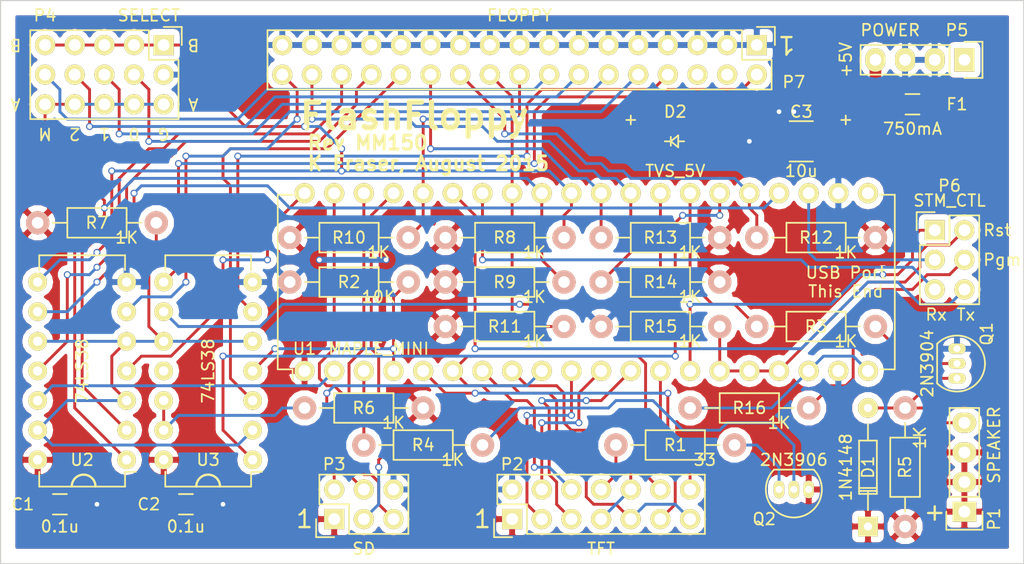
<source format=kicad_pcb>
(kicad_pcb (version 4) (host pcbnew "(after 2015-may-25 BZR unknown)-product")
  (layers (0 F.Cu signal) (31 B.Cu signal) (34 B.Paste user) (35 F.Paste user) (36 B.SilkS user) (37 F.SilkS user) (38 B.Mask user) (39 F.Mask user) (44 Edge.Cuts user))
  (net 0 "")
  (net 1 +5V)
  (net 2 GND)
  (net 3 "Net-(D1-Pad2)")
  (net 4 "Net-(F1-Pad1)")
  (net 5 /TFT_CS)
  (net 6 /TFT_RESET)
  (net 7 /TFT_DCRS)
  (net 8 /TFT_MOSI)
  (net 9 /TFT_CK)
  (net 10 /TFT_LED)
  (net 11 /TFT_MISO)
  (net 12 /T_CS)
  (net 13 /T_IRQ)
  (net 14 /SD_CS)
  (net 15 /SD_MOSI)
  (net 16 /SD_CK)
  (net 17 /SD_MISO)
  (net 18 /_SELB)
  (net 19 /_SELA)
  (net 20 /_SEL0)
  (net 21 /_SEL1)
  (net 22 /_SEL2)
  (net 23 /_MTR)
  (net 24 "Net-(P5-Pad1)")
  (net 25 /RESET)
  (net 26 /P_DN)
  (net 27 /BOOT0)
  (net 28 /P_UP)
  (net 29 /SER_RX)
  (net 30 /SER_TX)
  (net 31 /_CHNG)
  (net 32 "Net-(P7-Pad4)")
  (net 33 "Net-(P7-Pad6)")
  (net 34 /_INDEX)
  (net 35 /_DIR)
  (net 36 /_STEP)
  (net 37 /_DKWD)
  (net 38 /_DKWE)
  (net 39 /_TRK0)
  (net 40 /_WRPROT)
  (net 41 /_DKRD)
  (net 42 /_SIDE)
  (net 43 /_RDY)
  (net 44 "Net-(Q1-Pad2)")
  (net 45 "Net-(Q2-Pad2)")
  (net 46 "Net-(Q2-Pad3)")
  (net 47 /INDEX)
  (net 48 /SPK_PWM)
  (net 49 /LED_PWM)
  (net 50 "Net-(R6-Pad2)")
  (net 51 /SEL)
  (net 52 /WRPROT)
  (net 53 /3V3)
  (net 54 /DKRD)
  (net 55 /TRK0)
  (net 56 /CHNG)
  (net 57 /RDY)
  (net 58 "Net-(U3-Pad11)")
  (net 59 "Net-(U1-Pad21)")
  (module Diodes_ThroughHole:Diode_DO-35_SOD27_Horizontal_RM10 (layer F.Cu) (at 173.355 126.365 90)
    (fp_text reference D1 (at 5.08 0 90) (layer F.SilkS))
    (fp_text value 1N4148 (at 5.08 -1.905 90) (layer F.SilkS))
    (pad 2 thru_hole circle (at 10.16052 -0.00254 270) (size 1.69926 1.69926) (drill 0.70104) (layers *.Cu *.Mask F.SilkS) (net 3 "Net-(D1-Pad2)"))
    (pad 1 thru_hole rect (at 0.00052 -0.00254 270) (size 1.69926 1.69926) (drill 0.70104) (layers *.Cu *.Mask F.SilkS) (net 1 +5V))
  )
  (module Pin_Headers:Pin_Header_Straight_1x04 (layer F.Cu) (at 181.61 125.095 180)
    (fp_text reference P1 (at -2.54 -0.635 270) (layer F.SilkS))
    (fp_text value SPEAKER (at -2.54 5.715 270) (layer F.SilkS))
    (pad 1 thru_hole rect (at 0 0 180) (size 2.032 1.7272) (drill 1.016) (layers *.Cu *.Mask F.SilkS) (net 1 +5V))
    (pad 2 thru_hole oval (at 0 2.54 180) (size 2.032 1.7272) (drill 1.016) (layers *.Cu *.Mask F.SilkS) (net 1 +5V))
    (pad 3 thru_hole oval (at 0 5.08 180) (size 2.032 1.7272) (drill 1.016) (layers *.Cu *.Mask F.SilkS) (net 1 +5V))
    (pad 4 thru_hole oval (at 0 7.62 180) (size 2.032 1.7272) (drill 1.016) (layers *.Cu *.Mask F.SilkS) (net 3 "Net-(D1-Pad2)"))
  )
  (module Pin_Headers:Pin_Header_Straight_2x07 (layer F.Cu) (at 142.875 125.73 90)
    (fp_text reference P2 (at 4.699 0 180) (layer F.SilkS))
    (fp_text value TFT (at -2.54 7.62 180) (layer F.SilkS))
    (pad 1 thru_hole rect (at 0 0 90) (size 1.7272 1.7272) (drill 1.016) (layers *.Cu *.Mask F.SilkS) (net 1 +5V))
    (pad 2 thru_hole oval (at 2.54 0 90) (size 1.7272 1.7272) (drill 1.016) (layers *.Cu *.Mask F.SilkS) (net 2 GND))
    (pad 3 thru_hole oval (at 0 2.54 90) (size 1.7272 1.7272) (drill 1.016) (layers *.Cu *.Mask F.SilkS) (net 5 /TFT_CS))
    (pad 4 thru_hole oval (at 2.54 2.54 90) (size 1.7272 1.7272) (drill 1.016) (layers *.Cu *.Mask F.SilkS) (net 6 /TFT_RESET))
    (pad 5 thru_hole oval (at 0 5.08 90) (size 1.7272 1.7272) (drill 1.016) (layers *.Cu *.Mask F.SilkS) (net 7 /TFT_DCRS))
    (pad 6 thru_hole oval (at 2.54 5.08 90) (size 1.7272 1.7272) (drill 1.016) (layers *.Cu *.Mask F.SilkS) (net 8 /TFT_MOSI))
    (pad 7 thru_hole oval (at 0 7.62 90) (size 1.7272 1.7272) (drill 1.016) (layers *.Cu *.Mask F.SilkS) (net 9 /TFT_CK))
    (pad 8 thru_hole oval (at 2.54 7.62 90) (size 1.7272 1.7272) (drill 1.016) (layers *.Cu *.Mask F.SilkS) (net 10 /TFT_LED))
    (pad 9 thru_hole oval (at 0 10.16 90) (size 1.7272 1.7272) (drill 1.016) (layers *.Cu *.Mask F.SilkS) (net 11 /TFT_MISO))
    (pad 10 thru_hole oval (at 2.54 10.16 90) (size 1.7272 1.7272) (drill 1.016) (layers *.Cu *.Mask F.SilkS) (net 9 /TFT_CK))
    (pad 11 thru_hole oval (at 0 12.7 90) (size 1.7272 1.7272) (drill 1.016) (layers *.Cu *.Mask F.SilkS) (net 12 /T_CS))
    (pad 12 thru_hole oval (at 2.54 12.7 90) (size 1.7272 1.7272) (drill 1.016) (layers *.Cu *.Mask F.SilkS) (net 8 /TFT_MOSI))
    (pad 13 thru_hole oval (at 0 15.24 90) (size 1.7272 1.7272) (drill 1.016) (layers *.Cu *.Mask F.SilkS) (net 11 /TFT_MISO))
    (pad 14 thru_hole oval (at 2.54 15.24 90) (size 1.7272 1.7272) (drill 1.016) (layers *.Cu *.Mask F.SilkS) (net 13 /T_IRQ))
  )
  (module Pin_Headers:Pin_Header_Straight_2x03 (layer F.Cu) (at 127.635 125.73 90)
    (fp_text reference P3 (at 4.699 0 180) (layer F.SilkS))
    (fp_text value SD (at -2.54 2.54 180) (layer F.SilkS))
    (pad 1 thru_hole rect (at 0 0 90) (size 1.7272 1.7272) (drill 1.016) (layers *.Cu *.Mask F.SilkS) (net 1 +5V))
    (pad 2 thru_hole oval (at 2.54 0 90) (size 1.7272 1.7272) (drill 1.016) (layers *.Cu *.Mask F.SilkS) (net 14 /SD_CS))
    (pad 3 thru_hole oval (at 0 2.54 90) (size 1.7272 1.7272) (drill 1.016) (layers *.Cu *.Mask F.SilkS) (net 15 /SD_MOSI))
    (pad 4 thru_hole oval (at 2.54 2.54 90) (size 1.7272 1.7272) (drill 1.016) (layers *.Cu *.Mask F.SilkS) (net 16 /SD_CK))
    (pad 5 thru_hole oval (at 0 5.08 90) (size 1.7272 1.7272) (drill 1.016) (layers *.Cu *.Mask F.SilkS) (net 17 /SD_MISO))
    (pad 6 thru_hole oval (at 2.54 5.08 90) (size 1.7272 1.7272) (drill 1.016) (layers *.Cu *.Mask F.SilkS) (net 2 GND))
  )
  (module FF:Pin_Header_Straight_3x05 (layer F.Cu) (at 113.03 85.09 270)
    (fp_text reference P4 (at -2.54 10.16 360) (layer F.SilkS))
    (fp_text value SELECT (at -2.54 1.27 360) (layer F.SilkS))
    (pad 15 thru_hole oval (at 5.08 10.16 270) (size 1.7272 1.7272) (drill 1.016) (layers *.Cu *.Mask F.SilkS) (net 19 /_SELA))
    (pad 14 thru_hole oval (at 5.08 7.62 270) (size 1.7272 1.7272) (drill 1.016) (layers *.Cu *.Mask F.SilkS) (net 19 /_SELA))
    (pad 13 thru_hole oval (at 5.08 5.08 270) (size 1.7272 1.7272) (drill 1.016) (layers *.Cu *.Mask F.SilkS) (net 19 /_SELA))
    (pad 12 thru_hole oval (at 5.08 2.54 270) (size 1.7272 1.7272) (drill 1.016) (layers *.Cu *.Mask F.SilkS) (net 19 /_SELA))
    (pad 11 thru_hole oval (at 5.08 0 270) (size 1.7272 1.7272) (drill 1.016) (layers *.Cu *.Mask F.SilkS) (net 19 /_SELA))
    (pad 1 thru_hole rect (at 0 0 270) (size 1.7272 1.7272) (drill 1.016) (layers *.Cu *.Mask F.SilkS) (net 18 /_SELB))
    (pad 6 thru_hole oval (at 2.54 0 270) (size 1.7272 1.7272) (drill 1.016) (layers *.Cu *.Mask F.SilkS) (net 2 GND))
    (pad 2 thru_hole oval (at 0 2.54 270) (size 1.7272 1.7272) (drill 1.016) (layers *.Cu *.Mask F.SilkS) (net 18 /_SELB))
    (pad 7 thru_hole oval (at 2.54 2.54 270) (size 1.7272 1.7272) (drill 1.016) (layers *.Cu *.Mask F.SilkS) (net 20 /_SEL0))
    (pad 3 thru_hole oval (at 0 5.08 270) (size 1.7272 1.7272) (drill 1.016) (layers *.Cu *.Mask F.SilkS) (net 18 /_SELB))
    (pad 8 thru_hole oval (at 2.54 5.08 270) (size 1.7272 1.7272) (drill 1.016) (layers *.Cu *.Mask F.SilkS) (net 21 /_SEL1))
    (pad 4 thru_hole oval (at 0 7.62 270) (size 1.7272 1.7272) (drill 1.016) (layers *.Cu *.Mask F.SilkS) (net 18 /_SELB))
    (pad 9 thru_hole oval (at 2.54 7.62 270) (size 1.7272 1.7272) (drill 1.016) (layers *.Cu *.Mask F.SilkS) (net 22 /_SEL2))
    (pad 5 thru_hole oval (at 0 10.16 270) (size 1.7272 1.7272) (drill 1.016) (layers *.Cu *.Mask F.SilkS) (net 18 /_SELB))
    (pad 10 thru_hole oval (at 2.54 10.16 270) (size 1.7272 1.7272) (drill 1.016) (layers *.Cu *.Mask F.SilkS) (net 23 /_MTR))
  )
  (module Pin_Headers:Pin_Header_Straight_1x04 (layer F.Cu) (at 181.61 86.36 270)
    (fp_text reference P5 (at -2.54 0.635 360) (layer F.SilkS))
    (fp_text value POWER (at -2.54 6.35 360) (layer F.SilkS))
    (pad 1 thru_hole rect (at 0 0 270) (size 2.032 1.7272) (drill 1.016) (layers *.Cu *.Mask F.SilkS) (net 24 "Net-(P5-Pad1)"))
    (pad 2 thru_hole oval (at 0 2.54 270) (size 2.032 1.7272) (drill 1.016) (layers *.Cu *.Mask F.SilkS) (net 2 GND))
    (pad 3 thru_hole oval (at 0 5.08 270) (size 2.032 1.7272) (drill 1.016) (layers *.Cu *.Mask F.SilkS) (net 2 GND))
    (pad 4 thru_hole oval (at 0 7.62 270) (size 2.032 1.7272) (drill 1.016) (layers *.Cu *.Mask F.SilkS) (net 4 "Net-(F1-Pad1)"))
  )
  (module Pin_Headers:Pin_Header_Straight_2x03 (layer F.Cu) (at 179.07 100.965)
    (fp_text reference P6 (at 1.27 -3.81 180) (layer F.SilkS))
    (fp_text value STM_CTL (at 1.27 -2.54 180) (layer F.SilkS))
    (pad 1 thru_hole rect (at 0 0) (size 1.7272 1.7272) (drill 1.016) (layers *.Cu *.Mask F.SilkS) (net 25 /RESET))
    (pad 2 thru_hole oval (at 2.54 0) (size 1.7272 1.7272) (drill 1.016) (layers *.Cu *.Mask F.SilkS) (net 26 /P_DN))
    (pad 3 thru_hole oval (at 0 2.54) (size 1.7272 1.7272) (drill 1.016) (layers *.Cu *.Mask F.SilkS) (net 27 /BOOT0))
    (pad 4 thru_hole oval (at 2.54 2.54) (size 1.7272 1.7272) (drill 1.016) (layers *.Cu *.Mask F.SilkS) (net 28 /P_UP))
    (pad 5 thru_hole oval (at 0 5.08) (size 1.7272 1.7272) (drill 1.016) (layers *.Cu *.Mask F.SilkS) (net 29 /SER_RX))
    (pad 6 thru_hole oval (at 2.54 5.08) (size 1.7272 1.7272) (drill 1.016) (layers *.Cu *.Mask F.SilkS) (net 30 /SER_TX))
  )
  (module Pin_Headers:Pin_Header_Straight_2x17 (layer F.Cu) (at 163.83 85.09 270)
    (fp_text reference P7 (at 3.175 -3.175 540) (layer F.SilkS))
    (fp_text value FLOPPY (at -2.54 20.32 540) (layer F.SilkS))
    (pad 1 thru_hole rect (at 0 0 270) (size 1.7272 1.7272) (drill 1.016) (layers *.Cu *.Mask F.SilkS) (net 2 GND))
    (pad 2 thru_hole oval (at 2.54 0 270) (size 1.7272 1.7272) (drill 1.016) (layers *.Cu *.Mask F.SilkS) (net 31 /_CHNG))
    (pad 3 thru_hole oval (at 0 2.54 270) (size 1.7272 1.7272) (drill 1.016) (layers *.Cu *.Mask F.SilkS) (net 2 GND))
    (pad 4 thru_hole oval (at 2.54 2.54 270) (size 1.7272 1.7272) (drill 1.016) (layers *.Cu *.Mask F.SilkS) (net 32 "Net-(P7-Pad4)"))
    (pad 5 thru_hole oval (at 0 5.08 270) (size 1.7272 1.7272) (drill 1.016) (layers *.Cu *.Mask F.SilkS) (net 2 GND))
    (pad 6 thru_hole oval (at 2.54 5.08 270) (size 1.7272 1.7272) (drill 1.016) (layers *.Cu *.Mask F.SilkS) (net 33 "Net-(P7-Pad6)"))
    (pad 7 thru_hole oval (at 0 7.62 270) (size 1.7272 1.7272) (drill 1.016) (layers *.Cu *.Mask F.SilkS) (net 2 GND))
    (pad 8 thru_hole oval (at 2.54 7.62 270) (size 1.7272 1.7272) (drill 1.016) (layers *.Cu *.Mask F.SilkS) (net 34 /_INDEX))
    (pad 9 thru_hole oval (at 0 10.16 270) (size 1.7272 1.7272) (drill 1.016) (layers *.Cu *.Mask F.SilkS) (net 2 GND))
    (pad 10 thru_hole oval (at 2.54 10.16 270) (size 1.7272 1.7272) (drill 1.016) (layers *.Cu *.Mask F.SilkS) (net 20 /_SEL0))
    (pad 11 thru_hole oval (at 0 12.7 270) (size 1.7272 1.7272) (drill 1.016) (layers *.Cu *.Mask F.SilkS) (net 2 GND))
    (pad 12 thru_hole oval (at 2.54 12.7 270) (size 1.7272 1.7272) (drill 1.016) (layers *.Cu *.Mask F.SilkS) (net 21 /_SEL1))
    (pad 13 thru_hole oval (at 0 15.24 270) (size 1.7272 1.7272) (drill 1.016) (layers *.Cu *.Mask F.SilkS) (net 2 GND))
    (pad 14 thru_hole oval (at 2.54 15.24 270) (size 1.7272 1.7272) (drill 1.016) (layers *.Cu *.Mask F.SilkS) (net 22 /_SEL2))
    (pad 15 thru_hole oval (at 0 17.78 270) (size 1.7272 1.7272) (drill 1.016) (layers *.Cu *.Mask F.SilkS) (net 2 GND))
    (pad 16 thru_hole oval (at 2.54 17.78 270) (size 1.7272 1.7272) (drill 1.016) (layers *.Cu *.Mask F.SilkS) (net 23 /_MTR))
    (pad 17 thru_hole oval (at 0 20.32 270) (size 1.7272 1.7272) (drill 1.016) (layers *.Cu *.Mask F.SilkS) (net 2 GND))
    (pad 18 thru_hole oval (at 2.54 20.32 270) (size 1.7272 1.7272) (drill 1.016) (layers *.Cu *.Mask F.SilkS) (net 35 /_DIR))
    (pad 19 thru_hole oval (at 0 22.86 270) (size 1.7272 1.7272) (drill 1.016) (layers *.Cu *.Mask F.SilkS) (net 2 GND))
    (pad 20 thru_hole oval (at 2.54 22.86 270) (size 1.7272 1.7272) (drill 1.016) (layers *.Cu *.Mask F.SilkS) (net 36 /_STEP))
    (pad 21 thru_hole oval (at 0 25.4 270) (size 1.7272 1.7272) (drill 1.016) (layers *.Cu *.Mask F.SilkS) (net 2 GND))
    (pad 22 thru_hole oval (at 2.54 25.4 270) (size 1.7272 1.7272) (drill 1.016) (layers *.Cu *.Mask F.SilkS) (net 37 /_DKWD))
    (pad 23 thru_hole oval (at 0 27.94 270) (size 1.7272 1.7272) (drill 1.016) (layers *.Cu *.Mask F.SilkS) (net 2 GND))
    (pad 24 thru_hole oval (at 2.54 27.94 270) (size 1.7272 1.7272) (drill 1.016) (layers *.Cu *.Mask F.SilkS) (net 38 /_DKWE))
    (pad 25 thru_hole oval (at 0 30.48 270) (size 1.7272 1.7272) (drill 1.016) (layers *.Cu *.Mask F.SilkS) (net 2 GND))
    (pad 26 thru_hole oval (at 2.54 30.48 270) (size 1.7272 1.7272) (drill 1.016) (layers *.Cu *.Mask F.SilkS) (net 39 /_TRK0))
    (pad 27 thru_hole oval (at 0 33.02 270) (size 1.7272 1.7272) (drill 1.016) (layers *.Cu *.Mask F.SilkS) (net 2 GND))
    (pad 28 thru_hole oval (at 2.54 33.02 270) (size 1.7272 1.7272) (drill 1.016) (layers *.Cu *.Mask F.SilkS) (net 40 /_WRPROT))
    (pad 29 thru_hole oval (at 0 35.56 270) (size 1.7272 1.7272) (drill 1.016) (layers *.Cu *.Mask F.SilkS) (net 2 GND))
    (pad 30 thru_hole oval (at 2.54 35.56 270) (size 1.7272 1.7272) (drill 1.016) (layers *.Cu *.Mask F.SilkS) (net 41 /_DKRD))
    (pad 31 thru_hole oval (at 0 38.1 270) (size 1.7272 1.7272) (drill 1.016) (layers *.Cu *.Mask F.SilkS) (net 2 GND))
    (pad 32 thru_hole oval (at 2.54 38.1 270) (size 1.7272 1.7272) (drill 1.016) (layers *.Cu *.Mask F.SilkS) (net 42 /_SIDE))
    (pad 33 thru_hole oval (at 0 40.64 270) (size 1.7272 1.7272) (drill 1.016) (layers *.Cu *.Mask F.SilkS) (net 2 GND))
    (pad 34 thru_hole oval (at 2.54 40.64 270) (size 1.7272 1.7272) (drill 1.016) (layers *.Cu *.Mask F.SilkS) (net 43 /_RDY))
  )
  (module TO_SOT_Packages_THT:TO-92_Inline_Narrow_Oval (layer F.Cu) (at 180.975 111.125 270)
    (fp_text reference Q1 (at -1.27 -2.54 270) (layer F.SilkS))
    (fp_text value 2N3904 (at 1.27 2.54 270) (layer F.SilkS))
    (pad 2 thru_hole oval (at 1.27 0 90) (size 0.89916 1.50114) (drill 0.6) (layers *.Cu *.Mask F.SilkS) (net 44 "Net-(Q1-Pad2)"))
    (pad 3 thru_hole oval (at 2.54 0 90) (size 0.89916 1.50114) (drill 0.6) (layers *.Cu *.Mask F.SilkS) (net 3 "Net-(D1-Pad2)"))
    (pad 1 thru_hole oval (at 0 0 90) (size 0.89916 1.50114) (drill 0.6) (layers *.Cu *.Mask F.SilkS) (net 2 GND))
  )
  (module TO_SOT_Packages_THT:TO-92_Inline_Narrow_Oval (layer F.Cu) (at 168.275 123.19 180)
    (fp_text reference Q2 (at 3.81 -2.54 180) (layer F.SilkS))
    (fp_text value 2N3906 (at 1.27 2.54 180) (layer F.SilkS))
    (pad 2 thru_hole oval (at 1.27 0) (size 0.89916 1.50114) (drill 0.6) (layers *.Cu *.Mask F.SilkS) (net 45 "Net-(Q2-Pad2)"))
    (pad 3 thru_hole oval (at 2.54 0) (size 0.89916 1.50114) (drill 0.6) (layers *.Cu *.Mask F.SilkS) (net 46 "Net-(Q2-Pad3)"))
    (pad 1 thru_hole oval (at 0 0) (size 0.89916 1.50114) (drill 0.6) (layers *.Cu *.Mask F.SilkS) (net 1 +5V))
  )
  (module Resistors_ThroughHole:Resistor_Horizontal_RM10mm (layer F.Cu) (at 156.845 119.38 180)
    (fp_text reference R1 (at 0 0 360) (layer F.SilkS))
    (fp_text value 33 (at -2.54 -1.27 180) (layer F.SilkS))
    (pad 1 thru_hole circle (at -5.08 0 180) (size 1.99898 1.99898) (drill 1.00076) (layers *.Cu *.SilkS *.Mask) (net 46 "Net-(Q2-Pad3)"))
    (pad 2 thru_hole circle (at 5.08 0 180) (size 1.99898 1.99898) (drill 1.00076) (layers *.Cu *.SilkS *.Mask) (net 10 /TFT_LED))
  )
  (module Resistors_ThroughHole:Resistor_Horizontal_RM10mm (layer F.Cu) (at 128.905 105.41 180)
    (fp_text reference R2 (at 0 0 180) (layer F.SilkS))
    (fp_text value 10K (at -2.54 -1.27 180) (layer F.SilkS))
    (pad 1 thru_hole circle (at -5.08 0 180) (size 1.99898 1.99898) (drill 1.00076) (layers *.Cu *.SilkS *.Mask) (net 47 /INDEX))
    (pad 2 thru_hole circle (at 5.08 0 180) (size 1.99898 1.99898) (drill 1.00076) (layers *.Cu *.SilkS *.Mask) (net 2 GND))
  )
  (module Resistors_ThroughHole:Resistor_Horizontal_RM10mm (layer F.Cu) (at 168.91 109.22 180)
    (fp_text reference R3 (at 0 0 180) (layer F.SilkS))
    (fp_text value 1K (at -2.54 -1.27 180) (layer F.SilkS))
    (pad 1 thru_hole circle (at -5.08 0 180) (size 1.99898 1.99898) (drill 1.00076) (layers *.Cu *.SilkS *.Mask) (net 44 "Net-(Q1-Pad2)"))
    (pad 2 thru_hole circle (at 5.08 0 180) (size 1.99898 1.99898) (drill 1.00076) (layers *.Cu *.SilkS *.Mask) (net 48 /SPK_PWM))
  )
  (module Resistors_ThroughHole:Resistor_Horizontal_RM10mm (layer F.Cu) (at 135.255 119.38)
    (fp_text reference R4 (at 0 0) (layer F.SilkS))
    (fp_text value 1K (at 2.54 1.27) (layer F.SilkS))
    (pad 1 thru_hole circle (at -5.08 0) (size 1.99898 1.99898) (drill 1.00076) (layers *.Cu *.SilkS *.Mask) (net 49 /LED_PWM))
    (pad 2 thru_hole circle (at 5.08 0) (size 1.99898 1.99898) (drill 1.00076) (layers *.Cu *.SilkS *.Mask) (net 45 "Net-(Q2-Pad2)"))
  )
  (module Resistors_ThroughHole:Resistor_Horizontal_RM10mm (layer F.Cu) (at 176.53 121.285 90)
    (fp_text reference R5 (at 0 0 90) (layer F.SilkS))
    (fp_text value 1K (at 2.54 1.27 90) (layer F.SilkS))
    (pad 1 thru_hole circle (at -5.08 0 90) (size 1.99898 1.99898) (drill 1.00076) (layers *.Cu *.SilkS *.Mask) (net 1 +5V))
    (pad 2 thru_hole circle (at 5.08 0 90) (size 1.99898 1.99898) (drill 1.00076) (layers *.Cu *.SilkS *.Mask) (net 3 "Net-(D1-Pad2)"))
  )
  (module Resistors_ThroughHole:Resistor_Horizontal_RM10mm (layer F.Cu) (at 130.175 116.205 180)
    (fp_text reference R6 (at 0 0 180) (layer F.SilkS))
    (fp_text value 1K (at -2.54 -1.27 180) (layer F.SilkS))
    (pad 1 thru_hole circle (at -5.08 0 180) (size 1.99898 1.99898) (drill 1.00076) (layers *.Cu *.SilkS *.Mask) (net 1 +5V))
    (pad 2 thru_hole circle (at 5.08 0 180) (size 1.99898 1.99898) (drill 1.00076) (layers *.Cu *.SilkS *.Mask) (net 50 "Net-(R6-Pad2)"))
  )
  (module Resistors_ThroughHole:Resistor_Horizontal_RM10mm (layer F.Cu) (at 107.315 100.33)
    (fp_text reference R7 (at 0 0) (layer F.SilkS))
    (fp_text value 1K (at 2.54 1.27) (layer F.SilkS))
    (pad 1 thru_hole circle (at -5.08 0) (size 1.99898 1.99898) (drill 1.00076) (layers *.Cu *.SilkS *.Mask) (net 1 +5V))
    (pad 2 thru_hole circle (at 5.08 0) (size 1.99898 1.99898) (drill 1.00076) (layers *.Cu *.SilkS *.Mask) (net 51 /SEL))
  )
  (module Resistors_ThroughHole:Resistor_Horizontal_RM10mm (layer F.Cu) (at 142.24 101.6)
    (fp_text reference R8 (at 0 0) (layer F.SilkS))
    (fp_text value 1K (at 2.54 1.27) (layer F.SilkS))
    (pad 1 thru_hole circle (at -5.08 0) (size 1.99898 1.99898) (drill 1.00076) (layers *.Cu *.SilkS *.Mask) (net 1 +5V))
    (pad 2 thru_hole circle (at 5.08 0) (size 1.99898 1.99898) (drill 1.00076) (layers *.Cu *.SilkS *.Mask) (net 18 /_SELB))
  )
  (module Resistors_ThroughHole:Resistor_Horizontal_RM10mm (layer F.Cu) (at 142.24 105.41)
    (fp_text reference R9 (at 0 0) (layer F.SilkS))
    (fp_text value 1K (at 2.54 1.27) (layer F.SilkS))
    (pad 1 thru_hole circle (at -5.08 0) (size 1.99898 1.99898) (drill 1.00076) (layers *.Cu *.SilkS *.Mask) (net 1 +5V))
    (pad 2 thru_hole circle (at 5.08 0) (size 1.99898 1.99898) (drill 1.00076) (layers *.Cu *.SilkS *.Mask) (net 19 /_SELA))
  )
  (module Resistors_ThroughHole:Resistor_Horizontal_RM10mm (layer F.Cu) (at 128.905 101.6)
    (fp_text reference R10 (at 0 0) (layer F.SilkS))
    (fp_text value 1K (at 2.54 1.27) (layer F.SilkS))
    (pad 1 thru_hole circle (at -5.08 0) (size 1.99898 1.99898) (drill 1.00076) (layers *.Cu *.SilkS *.Mask) (net 1 +5V))
    (pad 2 thru_hole circle (at 5.08 0) (size 1.99898 1.99898) (drill 1.00076) (layers *.Cu *.SilkS *.Mask) (net 35 /_DIR))
  )
  (module Resistors_ThroughHole:Resistor_Horizontal_RM10mm (layer F.Cu) (at 142.24 109.22)
    (fp_text reference R11 (at 0 0) (layer F.SilkS))
    (fp_text value 1K (at 2.54 1.27) (layer F.SilkS))
    (pad 1 thru_hole circle (at -5.08 0) (size 1.99898 1.99898) (drill 1.00076) (layers *.Cu *.SilkS *.Mask) (net 1 +5V))
    (pad 2 thru_hole circle (at 5.08 0) (size 1.99898 1.99898) (drill 1.00076) (layers *.Cu *.SilkS *.Mask) (net 36 /_STEP))
  )
  (module Resistors_ThroughHole:Resistor_Horizontal_RM10mm (layer F.Cu) (at 168.91 101.6 180)
    (fp_text reference R12 (at 0 0 180) (layer F.SilkS))
    (fp_text value 1K (at -2.54 -1.27 180) (layer F.SilkS))
    (pad 1 thru_hole circle (at -5.08 0 180) (size 1.99898 1.99898) (drill 1.00076) (layers *.Cu *.SilkS *.Mask) (net 1 +5V))
    (pad 2 thru_hole circle (at 5.08 0 180) (size 1.99898 1.99898) (drill 1.00076) (layers *.Cu *.SilkS *.Mask) (net 37 /_DKWD))
  )
  (module Resistors_ThroughHole:Resistor_Horizontal_RM10mm (layer F.Cu) (at 155.575 101.6 180)
    (fp_text reference R13 (at 0 0 180) (layer F.SilkS))
    (fp_text value 1K (at -2.54 -1.27 180) (layer F.SilkS))
    (pad 1 thru_hole circle (at -5.08 0 180) (size 1.99898 1.99898) (drill 1.00076) (layers *.Cu *.SilkS *.Mask) (net 1 +5V))
    (pad 2 thru_hole circle (at 5.08 0 180) (size 1.99898 1.99898) (drill 1.00076) (layers *.Cu *.SilkS *.Mask) (net 38 /_DKWE))
  )
  (module Resistors_ThroughHole:Resistor_Horizontal_RM10mm (layer F.Cu) (at 155.575 105.41 180)
    (fp_text reference R14 (at 0 0 180) (layer F.SilkS))
    (fp_text value 1K (at -2.54 -1.27 180) (layer F.SilkS))
    (pad 1 thru_hole circle (at -5.08 0 180) (size 1.99898 1.99898) (drill 1.00076) (layers *.Cu *.SilkS *.Mask) (net 1 +5V))
    (pad 2 thru_hole circle (at 5.08 0 180) (size 1.99898 1.99898) (drill 1.00076) (layers *.Cu *.SilkS *.Mask) (net 42 /_SIDE))
  )
  (module Resistors_ThroughHole:Resistor_Horizontal_RM10mm (layer F.Cu) (at 155.575 109.22)
    (fp_text reference R15 (at 0 0) (layer F.SilkS))
    (fp_text value 1K (at 2.54 1.27) (layer F.SilkS))
    (pad 1 thru_hole circle (at -5.08 0) (size 1.99898 1.99898) (drill 1.00076) (layers *.Cu *.SilkS *.Mask) (net 2 GND))
    (pad 2 thru_hole circle (at 5.08 0) (size 1.99898 1.99898) (drill 1.00076) (layers *.Cu *.SilkS *.Mask) (net 26 /P_DN))
  )
  (module Resistors_ThroughHole:Resistor_Horizontal_RM10mm (layer F.Cu) (at 163.195 116.205)
    (fp_text reference R16 (at 0 0) (layer F.SilkS))
    (fp_text value 1K (at 2.54 1.27) (layer F.SilkS))
    (pad 1 thru_hole circle (at -5.08 0) (size 1.99898 1.99898) (drill 1.00076) (layers *.Cu *.SilkS *.Mask) (net 53 /3V3))
    (pad 2 thru_hole circle (at 5.08 0) (size 1.99898 1.99898) (drill 1.00076) (layers *.Cu *.SilkS *.Mask) (net 28 /P_UP))
  )
  (module Housings_DIP:DIP-14_W7.62mm (layer F.Cu) (at 109.855 120.65 180)
    (fp_text reference U2 (at 3.81 0 180) (layer F.SilkS))
    (fp_text value 74LS38 (at 3.81 7.62 270) (layer F.SilkS))
    (pad 1 thru_hole oval (at 0 0 180) (size 1.6 1.6) (drill 0.8) (layers *.Cu *.Mask F.SilkS) (net 19 /_SELA))
    (pad 2 thru_hole oval (at 0 2.54 180) (size 1.6 1.6) (drill 0.8) (layers *.Cu *.Mask F.SilkS) (net 18 /_SELB))
    (pad 3 thru_hole oval (at 0 5.08 180) (size 1.6 1.6) (drill 0.8) (layers *.Cu *.Mask F.SilkS) (net 51 /SEL))
    (pad 4 thru_hole oval (at 0 7.62 180) (size 1.6 1.6) (drill 0.8) (layers *.Cu *.Mask F.SilkS) (net 57 /RDY))
    (pad 5 thru_hole oval (at 0 10.16 180) (size 1.6 1.6) (drill 0.8) (layers *.Cu *.Mask F.SilkS) (net 51 /SEL))
    (pad 6 thru_hole oval (at 0 12.7 180) (size 1.6 1.6) (drill 0.8) (layers *.Cu *.Mask F.SilkS) (net 43 /_RDY))
    (pad 7 thru_hole oval (at 0 15.24 180) (size 1.6 1.6) (drill 0.8) (layers *.Cu *.Mask F.SilkS) (net 2 GND))
    (pad 8 thru_hole oval (at 7.62 15.24 180) (size 1.6 1.6) (drill 0.8) (layers *.Cu *.Mask F.SilkS) (net 41 /_DKRD))
    (pad 9 thru_hole oval (at 7.62 12.7 180) (size 1.6 1.6) (drill 0.8) (layers *.Cu *.Mask F.SilkS) (net 54 /DKRD))
    (pad 10 thru_hole oval (at 7.62 10.16 180) (size 1.6 1.6) (drill 0.8) (layers *.Cu *.Mask F.SilkS) (net 51 /SEL))
    (pad 11 thru_hole oval (at 7.62 7.62 180) (size 1.6 1.6) (drill 0.8) (layers *.Cu *.Mask F.SilkS) (net 40 /_WRPROT))
    (pad 12 thru_hole oval (at 7.62 5.08 180) (size 1.6 1.6) (drill 0.8) (layers *.Cu *.Mask F.SilkS) (net 52 /WRPROT))
    (pad 13 thru_hole oval (at 7.62 2.54 180) (size 1.6 1.6) (drill 0.8) (layers *.Cu *.Mask F.SilkS) (net 51 /SEL))
    (pad 14 thru_hole oval (at 7.62 0 180) (size 1.6 1.6) (drill 0.8) (layers *.Cu *.Mask F.SilkS) (net 1 +5V))
  )
  (module Housings_DIP:DIP-14_W7.62mm (layer F.Cu) (at 120.65 120.65 180)
    (fp_text reference U3 (at 3.81 0 180) (layer F.SilkS))
    (fp_text value 74LS38 (at 3.81 7.62 270) (layer F.SilkS))
    (pad 1 thru_hole oval (at 0 0 180) (size 1.6 1.6) (drill 0.8) (layers *.Cu *.Mask F.SilkS) (net 55 /TRK0))
    (pad 2 thru_hole oval (at 0 2.54 180) (size 1.6 1.6) (drill 0.8) (layers *.Cu *.Mask F.SilkS) (net 51 /SEL))
    (pad 3 thru_hole oval (at 0 5.08 180) (size 1.6 1.6) (drill 0.8) (layers *.Cu *.Mask F.SilkS) (net 39 /_TRK0))
    (pad 4 thru_hole oval (at 0 7.62 180) (size 1.6 1.6) (drill 0.8) (layers *.Cu *.Mask F.SilkS) (net 47 /INDEX))
    (pad 5 thru_hole oval (at 0 10.16 180) (size 1.6 1.6) (drill 0.8) (layers *.Cu *.Mask F.SilkS) (net 51 /SEL))
    (pad 6 thru_hole oval (at 0 12.7 180) (size 1.6 1.6) (drill 0.8) (layers *.Cu *.Mask F.SilkS) (net 34 /_INDEX))
    (pad 7 thru_hole oval (at 0 15.24 180) (size 1.6 1.6) (drill 0.8) (layers *.Cu *.Mask F.SilkS) (net 2 GND))
    (pad 8 thru_hole oval (at 7.62 15.24 180) (size 1.6 1.6) (drill 0.8) (layers *.Cu *.Mask F.SilkS) (net 31 /_CHNG))
    (pad 9 thru_hole oval (at 7.62 12.7 180) (size 1.6 1.6) (drill 0.8) (layers *.Cu *.Mask F.SilkS) (net 56 /CHNG))
    (pad 10 thru_hole oval (at 7.62 10.16 180) (size 1.6 1.6) (drill 0.8) (layers *.Cu *.Mask F.SilkS) (net 51 /SEL))
    (pad 11 thru_hole oval (at 7.62 7.62 180) (size 1.6 1.6) (drill 0.8) (layers *.Cu *.Mask F.SilkS) (net 58 "Net-(U3-Pad11)"))
    (pad 12 thru_hole oval (at 7.62 5.08 180) (size 1.6 1.6) (drill 0.8) (layers *.Cu *.Mask F.SilkS) (net 50 "Net-(R6-Pad2)"))
    (pad 13 thru_hole oval (at 7.62 2.54 180) (size 1.6 1.6) (drill 0.8) (layers *.Cu *.Mask F.SilkS) (net 50 "Net-(R6-Pad2)"))
    (pad 14 thru_hole oval (at 7.62 0 180) (size 1.6 1.6) (drill 0.8) (layers *.Cu *.Mask F.SilkS) (net 1 +5V))
  )
  (module FF:MMini-DIP-40 (layer F.Cu) (at 125.095 113.03 90)
    (fp_text reference U1 (at 1.905 0 180) (layer F.SilkS))
    (fp_text value MAPLE_MINI (at 1.905 6.35 360) (layer F.SilkS))
    (pad 1 thru_hole oval (at 0 0 90) (size 1.7272 1.7272) (drill 1.016) (layers *.Cu *.Mask F.SilkS) (net 1 +5V))
    (pad 2 thru_hole oval (at 0 2.54 90) (size 1.7272 1.7272) (drill 1.016) (layers *.Cu *.Mask F.SilkS) (net 52 /WRPROT))
    (pad 3 thru_hole oval (at 0 5.08 90) (size 1.7272 1.7272) (drill 1.016) (layers *.Cu *.Mask F.SilkS) (net 49 /LED_PWM))
    (pad 4 thru_hole oval (at 0 7.62 90) (size 1.7272 1.7272) (drill 1.016) (layers *.Cu *.Mask F.SilkS) (net 47 /INDEX))
    (pad 5 thru_hole oval (at 0 10.16 90) (size 1.7272 1.7272) (drill 1.016) (layers *.Cu *.Mask F.SilkS) (net 13 /T_IRQ))
    (pad 6 thru_hole oval (at 0 12.7 90) (size 1.7272 1.7272) (drill 1.016) (layers *.Cu *.Mask F.SilkS) (net 8 /TFT_MOSI))
    (pad 7 thru_hole oval (at 0 15.24 90) (size 1.7272 1.7272) (drill 1.016) (layers *.Cu *.Mask F.SilkS) (net 11 /TFT_MISO))
    (pad 8 thru_hole oval (at 0 17.78 90) (size 1.7272 1.7272) (drill 1.016) (layers *.Cu *.Mask F.SilkS) (net 9 /TFT_CK))
    (pad 9 thru_hole oval (at 0 20.32 90) (size 1.7272 1.7272) (drill 1.016) (layers *.Cu *.Mask F.SilkS) (net 14 /SD_CS))
    (pad 10 thru_hole oval (at 0 22.86 90) (size 1.7272 1.7272) (drill 1.016) (layers *.Cu *.Mask F.SilkS) (net 5 /TFT_CS))
    (pad 11 thru_hole oval (at 0 25.4 90) (size 1.7272 1.7272) (drill 1.016) (layers *.Cu *.Mask F.SilkS) (net 6 /TFT_RESET))
    (pad 12 thru_hole oval (at 0 27.94 90) (size 1.7272 1.7272) (drill 1.016) (layers *.Cu *.Mask F.SilkS) (net 7 /TFT_DCRS))
    (pad 13 thru_hole oval (at 0 30.48 90) (size 1.7272 1.7272) (drill 1.016) (layers *.Cu *.Mask F.SilkS) (net 12 /T_CS))
    (pad 14 thru_hole oval (at 0 33.02 90) (size 1.7272 1.7272) (drill 1.016) (layers *.Cu *.Mask F.SilkS) (net 25 /RESET))
    (pad 15 thru_hole oval (at 0 35.56 90) (size 1.7272 1.7272) (drill 1.016) (layers *.Cu *.Mask F.SilkS) (net 26 /P_DN))
    (pad 16 thru_hole oval (at 0 38.1 90) (size 1.7272 1.7272) (drill 1.016) (layers *.Cu *.Mask F.SilkS) (net 26 /P_DN))
    (pad 17 thru_hole oval (at 0 40.64 90) (size 1.7272 1.7272) (drill 1.016) (layers *.Cu *.Mask F.SilkS) (net 26 /P_DN))
    (pad 18 thru_hole oval (at 0 43.18 90) (size 1.7272 1.7272) (drill 1.016) (layers *.Cu *.Mask F.SilkS) (net 53 /3V3))
    (pad 19 thru_hole oval (at 0 45.72 90) (size 1.7272 1.7272) (drill 1.016) (layers *.Cu *.Mask F.SilkS) (net 2 GND))
    (pad 20 thru_hole oval (at 0 48.26 90) (size 1.7272 1.7272) (drill 1.016) (layers *.Cu *.Mask F.SilkS) (net 53 /3V3))
    (pad 21 thru_hole oval (at 15.24 48.26 90) (size 1.7272 1.7272) (drill 1.016) (layers *.Cu *.Mask F.SilkS) (net 59 "Net-(U1-Pad21)"))
    (pad 22 thru_hole oval (at 15.24 45.72 90) (size 1.7272 1.7272) (drill 1.016) (layers *.Cu *.Mask F.SilkS) (net 2 GND))
    (pad 23 thru_hole oval (at 15.24 43.18 90) (size 1.7272 1.7272) (drill 1.016) (layers *.Cu *.Mask F.SilkS) (net 27 /BOOT0))
    (pad 24 thru_hole oval (at 15.24 40.64 90) (size 1.7272 1.7272) (drill 1.016) (layers *.Cu *.Mask F.SilkS) (net 54 /DKRD))
    (pad 25 thru_hole oval (at 15.24 38.1 90) (size 1.7272 1.7272) (drill 1.016) (layers *.Cu *.Mask F.SilkS) (net 37 /_DKWD))
    (pad 26 thru_hole oval (at 15.24 35.56 90) (size 1.7272 1.7272) (drill 1.016) (layers *.Cu *.Mask F.SilkS) (net 55 /TRK0))
    (pad 27 thru_hole oval (at 15.24 33.02 90) (size 1.7272 1.7272) (drill 1.016) (layers *.Cu *.Mask F.SilkS) (net 48 /SPK_PWM))
    (pad 28 thru_hole oval (at 15.24 30.48 90) (size 1.7272 1.7272) (drill 1.016) (layers *.Cu *.Mask F.SilkS) (net 56 /CHNG))
    (pad 29 thru_hole oval (at 15.24 27.94 90) (size 1.7272 1.7272) (drill 1.016) (layers *.Cu *.Mask F.SilkS) (net 42 /_SIDE))
    (pad 30 thru_hole oval (at 15.24 25.4 90) (size 1.7272 1.7272) (drill 1.016) (layers *.Cu *.Mask F.SilkS) (net 38 /_DKWE))
    (pad 31 thru_hole oval (at 15.24 22.86 90) (size 1.7272 1.7272) (drill 1.016) (layers *.Cu *.Mask F.SilkS) (net 18 /_SELB))
    (pad 32 thru_hole oval (at 15.24 20.32 90) (size 1.7272 1.7272) (drill 1.016) (layers *.Cu *.Mask F.SilkS) (net 19 /_SELA))
    (pad 33 thru_hole oval (at 15.24 17.78 90) (size 1.7272 1.7272) (drill 1.016) (layers *.Cu *.Mask F.SilkS) (net 36 /_STEP))
    (pad 34 thru_hole oval (at 15.24 15.24 90) (size 1.7272 1.7272) (drill 1.016) (layers *.Cu *.Mask F.SilkS) (net 29 /SER_RX))
    (pad 35 thru_hole oval (at 15.24 12.7 90) (size 1.7272 1.7272) (drill 1.016) (layers *.Cu *.Mask F.SilkS) (net 30 /SER_TX))
    (pad 36 thru_hole oval (at 15.24 10.16 90) (size 1.7272 1.7272) (drill 1.016) (layers *.Cu *.Mask F.SilkS) (net 35 /_DIR))
    (pad 37 thru_hole oval (at 15.24 7.62 90) (size 1.7272 1.7272) (drill 1.016) (layers *.Cu *.Mask F.SilkS) (net 15 /SD_MOSI))
    (pad 38 thru_hole oval (at 15.24 5.08 90) (size 1.7272 1.7272) (drill 1.016) (layers *.Cu *.Mask F.SilkS) (net 17 /SD_MISO))
    (pad 39 thru_hole oval (at 15.24 2.54 90) (size 1.7272 1.7272) (drill 1.016) (layers *.Cu *.Mask F.SilkS) (net 16 /SD_CK))
    (pad 40 thru_hole oval (at 15.24 0 90) (size 1.7272 1.7272) (drill 1.016) (layers *.Cu *.Mask F.SilkS) (net 57 /RDY))
  )
  (module Resistors_SMD:R_0805_HandSoldering (layer F.Cu) (at 104.14 124.46)
    (fp_text reference C1 (at -3.175 0) (layer F.SilkS))
    (fp_text value 0.1u (at 0 1.905) (layer F.SilkS))
    (pad 1 smd rect (at -1.35 0) (size 1.5 1.3) (layers F.Cu F.Paste F.Mask) (net 1 +5V))
    (pad 2 smd rect (at 1.35 0) (size 1.5 1.3) (layers F.Cu F.Paste F.Mask) (net 2 GND))
  )
  (module Resistors_SMD:R_0805_HandSoldering (layer F.Cu) (at 114.935 124.46)
    (fp_text reference C2 (at -3.175 0) (layer F.SilkS))
    (fp_text value 0.1u (at 0 1.905) (layer F.SilkS))
    (pad 1 smd rect (at -1.35 0) (size 1.5 1.3) (layers F.Cu F.Paste F.Mask) (net 1 +5V))
    (pad 2 smd rect (at 1.35 0) (size 1.5 1.3) (layers F.Cu F.Paste F.Mask) (net 2 GND))
  )
  (module FF:C_3528 (layer F.Cu) (at 167.64 93.345 180)
    (fp_text reference C3 (at 0 2.54 180) (layer F.SilkS))
    (fp_text value 10u (at 0 -2.54 180) (layer F.SilkS))
    (pad 1 smd rect (at -2.135 0 180) (size 2.6 2.6) (layers F.Cu F.Paste F.Mask) (net 1 +5V))
    (pad 2 smd rect (at 2.065 0 180) (size 2.6 2.6) (layers F.Cu F.Paste F.Mask) (net 2 GND))
  )
  (module FF:D_SOD128 (layer F.Cu) (at 156.845 93.345)
    (fp_text reference D2 (at 0 -2.54) (layer F.SilkS))
    (fp_text value TVS_5V (at 0 2.54) (layer F.SilkS))
    (pad 1 smd rect (at -2.45 0) (size 2.5 2.2) (layers F.Cu F.Paste F.Mask) (net 1 +5V))
    (pad 2 smd rect (at 2.45 0) (size 2.5 2.2) (layers F.Cu F.Paste F.Mask) (net 2 GND))
  )
  (module Resistors_SMD:R_0805_HandSoldering (layer F.Cu) (at 177.165 90.17)
    (fp_text reference F1 (at 3.81 0) (layer F.SilkS))
    (fp_text value 750mA (at 0 2.1) (layer F.SilkS))
    (pad 1 smd rect (at -1.35 0) (size 1.5 1.3) (layers F.Cu F.Paste F.Mask) (net 4 "Net-(F1-Pad1)"))
    (pad 2 smd rect (at 1.35 0) (size 1.5 1.3) (layers F.Cu F.Paste F.Mask) (net 1 +5V))
  )
  (gr_line (start 99.06 129.54) (end 99.06 81.28) (angle 90) (layer Edge.Cuts) (width 0.1))
  (gr_line (start 186.69 129.54) (end 99.06 129.54) (angle 90) (layer Edge.Cuts) (width 0.1))
  (gr_line (start 186.69 81.28) (end 186.69 129.54) (angle 90) (layer Edge.Cuts) (width 0.1))
  (gr_text +5V (at 171.45 86.36 90) (layer F.SilkS) (effects (font (size 1 1))))
  (gr_arc (start 106.172 122.936) (end 105.156 122.936) (angle 90) (layer F.SilkS) (width 0.2))
  (gr_arc (start 106.172 122.936) (end 106.172 121.92) (angle 90) (layer F.SilkS) (width 0.2))
  (gr_arc (start 116.84 122.936) (end 115.824 122.936) (angle 90) (layer F.SilkS) (width 0.2))
  (gr_arc (start 116.84 122.936) (end 116.84 121.92) (angle 90) (layer F.SilkS) (width 0.2))
  (gr_text Rx (at 178.181 108.204) (layer F.SilkS) (effects (font (size 1 1)) (justify left)))
  (gr_text Tx (at 180.848 108.204) (layer F.SilkS) (effects (font (size 1 1)) (justify left)))
  (gr_text Pgm (at 183.134 103.505) (layer F.SilkS) (effects (font (size 1 1)) (justify left)))
  (gr_text Rst (at 183.134 100.965) (layer F.SilkS) (effects (font (size 1 1)) (justify left)))
  (gr_text "K Fraser, August 2015" (at 125.222 95.25) (layer F.SilkS) (effects (font (size 1.2 1.2) (thickness 0.25)) (justify left)))
  (gr_text "Rev MM150" (at 125.222 93.472) (layer F.SilkS) (effects (font (size 1.2 1.2) (thickness 0.25)) (justify left)))
  (gr_text FlashFloppy (at 124.46 91.186) (layer F.SilkS) (effects (font (size 2.2 2.2) (thickness 0.45)) (justify left)))
  (gr_text "USB Port\nThis End" (at 171.45 105.41) (layer F.SilkS) (effects (font (size 1 1))))
  (gr_text + (at 179.07 125.095) (layer F.SilkS) (effects (font (size 1.5 1.5) (thickness 0.2))))
  (gr_text + (at 171.45 91.44) (layer F.SilkS) (effects (font (size 1 1))))
  (gr_text + (at 153.035 91.44) (layer F.SilkS) (effects (font (size 1 1))))
  (gr_text A (at 100.33 90.17 180) (layer F.SilkS) (effects (font (size 1 1))))
  (gr_text B (at 115.57 85.09 180) (layer F.SilkS) (effects (font (size 1 1))))
  (gr_text A (at 115.57 90.17 180) (layer F.SilkS) (effects (font (size 1 1))))
  (gr_text B (at 100.33 85.09 180) (layer F.SilkS) (effects (font (size 1 1))))
  (gr_text M (at 102.87 92.71 180) (layer F.SilkS) (effects (font (size 1 1))))
  (gr_text 2 (at 105.41 92.71 180) (layer F.SilkS) (effects (font (size 1 1))))
  (gr_text 1 (at 107.95 92.71 180) (layer F.SilkS) (effects (font (size 1 1))))
  (gr_text 0 (at 110.49 92.71 180) (layer F.SilkS) (effects (font (size 1 1))))
  (gr_text G (at 113.03 92.71 180) (layer F.SilkS) (effects (font (size 1 1))))
  (gr_text 1 (at 125.095 125.73) (layer F.SilkS) (effects (font (size 1.5 1.5) (thickness 0.2))))
  (gr_text 1 (at 140.335 125.73) (layer F.SilkS) (effects (font (size 1.5 1.5) (thickness 0.2))))
  (gr_text 1 (at 166.37 85.09 180) (layer F.SilkS) (effects (font (size 1.5 1.5) (thickness 0.2))))
  (gr_line (start 99.06 81.28) (end 186.69 81.28) (angle 90) (layer Edge.Cuts) (width 0.1))
  (segment (start 123.825 101.6) (end 125.73 103.505) (width 0.5) (layer F.Cu) (net 1))
  (segment (start 135.255 103.505) (end 137.16 101.6) (width 0.5) (layer F.Cu) (net 1))
  (segment (start 132.08 103.505) (end 135.255 103.505) (width 0.5) (layer F.Cu) (net 1))
  (via (at 132.08 103.505) (size 0.6) (drill 0.4) (layers F.Cu B.Cu) (net 1))
  (segment (start 126.365 103.505) (end 132.08 103.505) (width 0.5) (layer B.Cu) (net 1))
  (via (at 126.365 103.505) (size 0.6) (drill 0.4) (layers F.Cu B.Cu) (net 1))
  (segment (start 125.73 103.505) (end 126.365 103.505) (width 0.5) (layer F.Cu) (net 1))
  (segment (start 159.295 93.345) (end 163.195 93.345) (width 0.5) (layer F.Cu) (net 2))
  (via (at 163.195 93.345) (size 0.6) (drill 0.4) (layers F.Cu B.Cu) (net 2))
  (segment (start 163.195 93.345) (end 165.575 93.345) (width 0.5) (layer F.Cu) (net 2))
  (segment (start 116.285 124.46) (end 118.11 124.46) (width 0.5) (layer F.Cu) (net 2))
  (via (at 118.11 124.46) (size 0.6) (drill 0.4) (layers F.Cu B.Cu) (net 2))
  (segment (start 105.49 124.46) (end 107.315 124.46) (width 0.5) (layer F.Cu) (net 2))
  (via (at 107.315 124.46) (size 0.6) (drill 0.4) (layers F.Cu B.Cu) (net 2))
  (segment (start 165.575 93.345) (end 165.575 90.965) (width 0.5) (layer F.Cu) (net 2))
  (via (at 165.735 90.805) (size 0.6) (drill 0.4) (layers F.Cu B.Cu) (net 2))
  (segment (start 165.575 90.965) (end 165.735 90.805) (width 0.5) (layer F.Cu) (net 2))
  (segment (start 165.575 93.345) (end 165.575 92.235) (width 0.5) (layer F.Cu) (net 2))
  (segment (start 165.575 92.235) (end 167.005 90.805) (width 0.5) (layer F.Cu) (net 2))
  (via (at 167.005 90.805) (size 0.6) (drill 0.4) (layers F.Cu B.Cu) (net 2))
  (segment (start 179.07 113.665) (end 176.53 116.205) (width 0.25) (layer F.Cu) (net 3))
  (segment (start 180.975 113.665) (end 179.07 113.665) (width 0.25) (layer F.Cu) (net 3))
  (segment (start 178.435 116.205) (end 179.705 117.475) (width 0.25) (layer F.Cu) (net 3))
  (segment (start 178.435 116.205) (end 176.53 116.205) (width 0.25) (layer F.Cu) (net 3))
  (segment (start 181.61 117.475) (end 179.705 117.475) (width 0.25) (layer F.Cu) (net 3))
  (segment (start 173.35246 116.20448) (end 176.52948 116.20448) (width 0.25) (layer F.Cu) (net 3))
  (segment (start 176.52948 116.20448) (end 176.53 116.205) (width 0.25) (layer F.Cu) (net 3))
  (segment (start 173.99 86.36) (end 173.99 88.345) (width 1) (layer F.Cu) (net 4))
  (segment (start 173.99 88.345) (end 175.815 90.17) (width 1) (layer F.Cu) (net 4))
  (segment (start 144.145 116.84) (end 144.145 124.46) (width 0.25) (layer F.Cu) (net 5))
  (via (at 147.955 116.84) (size 0.6) (drill 0.4) (layers F.Cu B.Cu) (net 5))
  (segment (start 147.955 116.84) (end 144.145 116.84) (width 0.25) (layer B.Cu) (net 5))
  (via (at 144.145 116.84) (size 0.6) (drill 0.4) (layers F.Cu B.Cu) (net 5))
  (segment (start 147.955 113.03) (end 147.955 116.84) (width 0.25) (layer F.Cu) (net 5))
  (segment (start 144.145 124.46) (end 145.415 125.73) (width 0.25) (layer F.Cu) (net 5))
  (segment (start 145.415 123.19) (end 145.415 117.475) (width 0.25) (layer F.Cu) (net 6))
  (segment (start 148.59 114.935) (end 148.59 117.475) (width 0.25) (layer F.Cu) (net 6))
  (via (at 145.415 117.475) (size 0.6) (drill 0.4) (layers F.Cu B.Cu) (net 6))
  (segment (start 148.59 117.475) (end 145.415 117.475) (width 0.25) (layer B.Cu) (net 6))
  (via (at 148.59 117.475) (size 0.6) (drill 0.4) (layers F.Cu B.Cu) (net 6))
  (segment (start 148.59 114.935) (end 150.495 113.03) (width 0.25) (layer F.Cu) (net 6))
  (segment (start 146.05 116.205) (end 146.05 121.92) (width 0.25) (layer F.Cu) (net 7))
  (segment (start 150.495 115.57) (end 149.225 115.57) (width 0.25) (layer F.Cu) (net 7))
  (segment (start 145.415 115.57) (end 149.225 115.57) (width 0.25) (layer B.Cu) (net 7))
  (segment (start 145.415 115.57) (end 146.05 116.205) (width 0.25) (layer F.Cu) (net 7))
  (via (at 145.415 115.57) (size 0.6) (drill 0.4) (layers F.Cu B.Cu) (net 7))
  (via (at 149.225 115.57) (size 0.6) (drill 0.4) (layers F.Cu B.Cu) (net 7))
  (segment (start 153.035 113.03) (end 150.495 115.57) (width 0.25) (layer F.Cu) (net 7))
  (segment (start 146.685 124.46) (end 147.955 125.73) (width 0.25) (layer F.Cu) (net 7))
  (segment (start 146.685 122.555) (end 146.685 124.46) (width 0.25) (layer F.Cu) (net 7))
  (segment (start 146.05 121.92) (end 146.685 122.555) (width 0.25) (layer F.Cu) (net 7))
  (segment (start 154.305 112.395) (end 154.305 121.92) (width 0.25) (layer F.Cu) (net 8))
  (segment (start 139.065 111.76) (end 153.67 111.76) (width 0.25) (layer F.Cu) (net 8))
  (segment (start 153.67 111.76) (end 154.305 112.395) (width 0.25) (layer F.Cu) (net 8))
  (segment (start 137.795 113.03) (end 139.065 111.76) (width 0.25) (layer F.Cu) (net 8))
  (segment (start 154.305 121.92) (end 155.575 123.19) (width 0.25) (layer F.Cu) (net 8))
  (segment (start 144.78 121.285) (end 146.05 121.285) (width 0.25) (layer B.Cu) (net 8))
  (segment (start 142.875 115.57) (end 144.145 115.57) (width 0.25) (layer F.Cu) (net 8))
  (segment (start 144.145 115.57) (end 144.78 116.205) (width 0.25) (layer F.Cu) (net 8))
  (segment (start 144.78 116.205) (end 144.78 121.285) (width 0.25) (layer F.Cu) (net 8))
  (via (at 144.78 121.285) (size 0.6) (drill 0.4) (layers F.Cu B.Cu) (net 8))
  (segment (start 137.795 113.03) (end 139.065 114.3) (width 0.25) (layer F.Cu) (net 8))
  (segment (start 140.97 114.935) (end 142.24 114.935) (width 0.25) (layer F.Cu) (net 8))
  (segment (start 140.335 114.3) (end 140.97 114.935) (width 0.25) (layer F.Cu) (net 8))
  (segment (start 139.065 114.3) (end 140.335 114.3) (width 0.25) (layer F.Cu) (net 8))
  (segment (start 142.24 114.935) (end 142.875 115.57) (width 0.25) (layer F.Cu) (net 8))
  (segment (start 146.05 121.285) (end 147.955 123.19) (width 0.25) (layer B.Cu) (net 8))
  (segment (start 150.495 125.73) (end 153.035 123.19) (width 0.25) (layer B.Cu) (net 9))
  (segment (start 153.035 123.19) (end 153.035 120.65) (width 0.25) (layer F.Cu) (net 9))
  (segment (start 147.32 117.475) (end 147.955 118.11) (width 0.25) (layer F.Cu) (net 9))
  (segment (start 147.955 118.11) (end 150.495 118.11) (width 0.25) (layer F.Cu) (net 9))
  (segment (start 144.145 114.3) (end 146.685 114.3) (width 0.25) (layer F.Cu) (net 9))
  (segment (start 144.145 114.3) (end 142.875 113.03) (width 0.25) (layer F.Cu) (net 9))
  (segment (start 146.685 114.3) (end 147.32 114.935) (width 0.25) (layer F.Cu) (net 9))
  (segment (start 153.67 120.015) (end 153.035 120.65) (width 0.25) (layer F.Cu) (net 9))
  (segment (start 153.67 118.745) (end 153.67 120.015) (width 0.25) (layer F.Cu) (net 9))
  (segment (start 152.4 117.475) (end 153.67 118.745) (width 0.25) (layer F.Cu) (net 9))
  (segment (start 151.13 117.475) (end 152.4 117.475) (width 0.25) (layer F.Cu) (net 9))
  (segment (start 150.495 118.11) (end 151.13 117.475) (width 0.25) (layer F.Cu) (net 9))
  (segment (start 147.32 114.935) (end 147.32 117.475) (width 0.25) (layer F.Cu) (net 9))
  (segment (start 151.765 119.38) (end 151.765 121.92) (width 0.25) (layer F.Cu) (net 10))
  (segment (start 151.765 121.92) (end 150.495 123.19) (width 0.25) (layer F.Cu) (net 10))
  (segment (start 153.035 125.73) (end 154.305 124.46) (width 0.25) (layer B.Cu) (net 11))
  (segment (start 156.845 124.46) (end 158.115 125.73) (width 0.25) (layer B.Cu) (net 11))
  (segment (start 154.305 124.46) (end 156.845 124.46) (width 0.25) (layer B.Cu) (net 11))
  (segment (start 149.225 121.92) (end 149.225 123.825) (width 0.25) (layer F.Cu) (net 11))
  (segment (start 146.05 114.935) (end 146.685 115.57) (width 0.25) (layer F.Cu) (net 11))
  (segment (start 146.685 115.57) (end 146.685 119.38) (width 0.25) (layer F.Cu) (net 11))
  (segment (start 146.685 119.38) (end 147.32 120.015) (width 0.25) (layer F.Cu) (net 11))
  (segment (start 147.955 120.65) (end 149.225 121.92) (width 0.25) (layer F.Cu) (net 11))
  (segment (start 141.605 114.3) (end 142.875 114.3) (width 0.25) (layer F.Cu) (net 11))
  (segment (start 142.875 114.3) (end 143.51 114.935) (width 0.25) (layer F.Cu) (net 11))
  (segment (start 140.335 113.03) (end 141.605 114.3) (width 0.25) (layer F.Cu) (net 11))
  (segment (start 147.32 120.015) (end 147.955 120.65) (width 0.25) (layer F.Cu) (net 11))
  (segment (start 143.51 114.935) (end 146.05 114.935) (width 0.25) (layer F.Cu) (net 11))
  (segment (start 151.765 124.46) (end 153.035 125.73) (width 0.25) (layer F.Cu) (net 11))
  (segment (start 149.86 124.46) (end 151.765 124.46) (width 0.25) (layer F.Cu) (net 11))
  (segment (start 149.225 123.825) (end 149.86 124.46) (width 0.25) (layer F.Cu) (net 11))
  (segment (start 156.845 121.92) (end 156.845 124.46) (width 0.25) (layer F.Cu) (net 12))
  (segment (start 155.575 120.65) (end 156.845 121.92) (width 0.25) (layer F.Cu) (net 12))
  (segment (start 155.575 113.03) (end 155.575 120.65) (width 0.25) (layer F.Cu) (net 12))
  (segment (start 156.845 124.46) (end 155.575 125.73) (width 0.25) (layer F.Cu) (net 12))
  (segment (start 156.21 120.015) (end 158.115 121.92) (width 0.25) (layer F.Cu) (net 13))
  (segment (start 137.16 114.935) (end 139.7 114.935) (width 0.25) (layer F.Cu) (net 13))
  (via (at 139.7 114.935) (size 0.6) (drill 0.4) (layers F.Cu B.Cu) (net 13))
  (segment (start 139.7 114.935) (end 156.21 114.935) (width 0.25) (layer B.Cu) (net 13))
  (via (at 156.21 114.935) (size 0.6) (drill 0.4) (layers F.Cu B.Cu) (net 13))
  (segment (start 135.255 113.03) (end 137.16 114.935) (width 0.25) (layer F.Cu) (net 13))
  (segment (start 156.21 114.935) (end 156.21 120.015) (width 0.25) (layer F.Cu) (net 13))
  (segment (start 158.115 121.92) (end 158.115 123.19) (width 0.25) (layer F.Cu) (net 13))
  (segment (start 127.635 123.19) (end 127.635 121.92) (width 0.25) (layer F.Cu) (net 14))
  (segment (start 127.635 114.3) (end 127 114.935) (width 0.25) (layer B.Cu) (net 14))
  (via (at 127 114.935) (size 0.6) (drill 0.4) (layers F.Cu B.Cu) (net 14))
  (segment (start 127 114.935) (end 127 121.285) (width 0.25) (layer F.Cu) (net 14))
  (segment (start 127 121.285) (end 127.635 121.92) (width 0.25) (layer F.Cu) (net 14))
  (segment (start 144.145 114.3) (end 131.445 114.3) (width 0.25) (layer B.Cu) (net 14))
  (segment (start 144.145 114.3) (end 145.415 113.03) (width 0.25) (layer B.Cu) (net 14))
  (segment (start 131.445 114.3) (end 127.635 114.3) (width 0.25) (layer B.Cu) (net 14))
  (segment (start 145.415 113.03) (end 144.78 113.03) (width 0.25) (layer B.Cu) (net 14))
  (segment (start 131.445 121.285) (end 131.445 124.46) (width 0.25) (layer B.Cu) (net 15))
  (segment (start 131.445 120.65) (end 131.445 121.285) (width 0.25) (layer F.Cu) (net 15))
  (via (at 131.445 121.285) (size 0.6) (drill 0.4) (layers F.Cu B.Cu) (net 15))
  (segment (start 132.715 97.79) (end 130.81 99.695) (width 0.25) (layer F.Cu) (net 15))
  (segment (start 132.08 118.745) (end 132.08 120.015) (width 0.25) (layer F.Cu) (net 15))
  (segment (start 131.445 118.11) (end 132.08 118.745) (width 0.25) (layer F.Cu) (net 15))
  (segment (start 131.445 111.76) (end 131.445 118.11) (width 0.25) (layer F.Cu) (net 15))
  (segment (start 130.81 111.125) (end 131.445 111.76) (width 0.25) (layer F.Cu) (net 15))
  (segment (start 130.81 99.695) (end 130.81 111.125) (width 0.25) (layer F.Cu) (net 15))
  (segment (start 132.08 120.015) (end 131.445 120.65) (width 0.25) (layer F.Cu) (net 15))
  (segment (start 131.445 124.46) (end 130.175 125.73) (width 0.25) (layer B.Cu) (net 15))
  (segment (start 130.175 123.19) (end 127.635 120.65) (width 0.25) (layer F.Cu) (net 16))
  (segment (start 126.365 113.665) (end 127 114.3) (width 0.25) (layer F.Cu) (net 16))
  (segment (start 127 114.3) (end 127.635 114.3) (width 0.25) (layer F.Cu) (net 16))
  (segment (start 127.635 114.3) (end 128.27 114.935) (width 0.25) (layer F.Cu) (net 16))
  (segment (start 128.27 114.935) (end 128.27 117.475) (width 0.25) (layer F.Cu) (net 16))
  (segment (start 128.27 117.475) (end 127.635 118.11) (width 0.25) (layer F.Cu) (net 16))
  (segment (start 127.635 118.11) (end 127.635 120.65) (width 0.25) (layer F.Cu) (net 16))
  (segment (start 127.635 111.125) (end 126.365 112.395) (width 0.25) (layer F.Cu) (net 16))
  (segment (start 127.635 111.125) (end 127.635 97.79) (width 0.25) (layer F.Cu) (net 16))
  (segment (start 126.365 112.395) (end 126.365 113.665) (width 0.25) (layer F.Cu) (net 16))
  (segment (start 128.27 120.015) (end 130.175 121.92) (width 0.25) (layer F.Cu) (net 17))
  (segment (start 128.905 118.11) (end 128.27 118.745) (width 0.25) (layer F.Cu) (net 17))
  (segment (start 128.27 118.745) (end 128.27 120.015) (width 0.25) (layer F.Cu) (net 17))
  (segment (start 130.175 111.125) (end 128.905 112.395) (width 0.25) (layer F.Cu) (net 17))
  (segment (start 130.175 97.79) (end 130.175 111.125) (width 0.25) (layer F.Cu) (net 17))
  (segment (start 128.905 112.395) (end 128.905 118.11) (width 0.25) (layer F.Cu) (net 17))
  (segment (start 131.445 124.46) (end 132.715 125.73) (width 0.25) (layer F.Cu) (net 17))
  (segment (start 131.445 122.555) (end 131.445 124.46) (width 0.25) (layer F.Cu) (net 17))
  (segment (start 130.81 121.92) (end 131.445 122.555) (width 0.25) (layer F.Cu) (net 17))
  (segment (start 130.175 121.92) (end 130.81 121.92) (width 0.25) (layer F.Cu) (net 17))
  (segment (start 147.955 99.06) (end 147.955 97.79) (width 0.25) (layer F.Cu) (net 18))
  (segment (start 147.32 99.695) (end 147.955 99.06) (width 0.25) (layer F.Cu) (net 18))
  (via (at 128.27 95.885) (size 0.6) (drill 0.4) (layers F.Cu B.Cu) (net 18))
  (segment (start 113.03 85.09) (end 114.935 85.09) (width 0.25) (layer F.Cu) (net 18))
  (segment (start 115.57 85.725) (end 114.935 85.09) (width 0.25) (layer F.Cu) (net 18))
  (segment (start 115.57 87.63) (end 115.57 85.725) (width 0.25) (layer F.Cu) (net 18))
  (segment (start 120.015 92.075) (end 115.57 87.63) (width 0.25) (layer F.Cu) (net 18))
  (segment (start 125.095 92.075) (end 120.015 92.075) (width 0.25) (layer F.Cu) (net 18))
  (via (at 125.095 92.075) (size 0.6) (drill 0.4) (layers F.Cu B.Cu) (net 18))
  (segment (start 126.365 92.075) (end 125.095 92.075) (width 0.25) (layer B.Cu) (net 18))
  (segment (start 128.27 93.98) (end 126.365 92.075) (width 0.25) (layer B.Cu) (net 18))
  (via (at 128.27 93.98) (size 0.6) (drill 0.4) (layers F.Cu B.Cu) (net 18))
  (segment (start 128.27 93.98) (end 128.27 95.885) (width 0.25) (layer F.Cu) (net 18))
  (segment (start 108.585 100.33) (end 108.585 95.885) (width 0.25) (layer F.Cu) (net 18))
  (via (at 108.585 95.885) (size 0.6) (drill 0.4) (layers F.Cu B.Cu) (net 18))
  (segment (start 108.585 95.885) (end 112.395 95.885) (width 0.25) (layer B.Cu) (net 18))
  (segment (start 112.395 95.885) (end 128.27 95.885) (width 0.25) (layer B.Cu) (net 18))
  (segment (start 108.585 100.33) (end 106.045 102.87) (width 0.25) (layer F.Cu) (net 18))
  (segment (start 109.855 118.11) (end 106.045 114.3) (width 0.25) (layer F.Cu) (net 18))
  (segment (start 106.045 102.87) (end 106.045 114.3) (width 0.25) (layer F.Cu) (net 18))
  (segment (start 146.05 95.885) (end 147.955 97.79) (width 0.25) (layer B.Cu) (net 18))
  (segment (start 128.27 95.885) (end 146.05 95.885) (width 0.25) (layer B.Cu) (net 18))
  (segment (start 102.87 85.09) (end 105.41 85.09) (width 0.25) (layer F.Cu) (net 18))
  (segment (start 105.41 85.09) (end 107.95 85.09) (width 0.25) (layer F.Cu) (net 18))
  (segment (start 107.95 85.09) (end 110.49 85.09) (width 0.25) (layer F.Cu) (net 18))
  (segment (start 110.49 85.09) (end 113.03 85.09) (width 0.25) (layer F.Cu) (net 18))
  (segment (start 147.32 101.6) (end 147.32 99.695) (width 0.25) (layer F.Cu) (net 18))
  (segment (start 147.32 105.41) (end 145.415 103.505) (width 0.25) (layer F.Cu) (net 19))
  (segment (start 145.415 103.505) (end 145.415 97.79) (width 0.25) (layer F.Cu) (net 19))
  (segment (start 113.03 90.17) (end 110.49 90.17) (width 0.25) (layer B.Cu) (net 19))
  (segment (start 110.49 90.17) (end 107.95 90.17) (width 0.25) (layer B.Cu) (net 19))
  (segment (start 107.95 90.17) (end 105.41 90.17) (width 0.25) (layer B.Cu) (net 19))
  (segment (start 102.87 90.17) (end 105.41 90.17) (width 0.25) (layer F.Cu) (net 19))
  (segment (start 102.87 90.17) (end 102.87 95.25) (width 0.25) (layer F.Cu) (net 19))
  (segment (start 104.14 96.52) (end 106.045 96.52) (width 0.25) (layer F.Cu) (net 19))
  (segment (start 106.045 96.52) (end 107.95 98.425) (width 0.25) (layer F.Cu) (net 19))
  (segment (start 107.95 98.425) (end 107.95 99.06) (width 0.25) (layer F.Cu) (net 19))
  (segment (start 102.87 95.25) (end 104.14 96.52) (width 0.25) (layer F.Cu) (net 19))
  (segment (start 110.49 96.52) (end 144.145 96.52) (width 0.25) (layer B.Cu) (net 19))
  (segment (start 144.145 96.52) (end 145.415 97.79) (width 0.25) (layer B.Cu) (net 19))
  (via (at 107.95 99.06) (size 0.6) (drill 0.4) (layers F.Cu B.Cu) (net 19))
  (segment (start 107.95 99.06) (end 110.49 96.52) (width 0.25) (layer B.Cu) (net 19))
  (segment (start 107.95 99.06) (end 107.95 99.695) (width 0.25) (layer F.Cu) (net 19))
  (segment (start 105.41 116.205) (end 109.855 120.65) (width 0.25) (layer F.Cu) (net 19))
  (segment (start 105.41 102.235) (end 105.41 102.87) (width 0.25) (layer F.Cu) (net 19))
  (segment (start 105.41 116.205) (end 105.41 102.87) (width 0.25) (layer F.Cu) (net 19))
  (segment (start 107.95 99.695) (end 105.41 102.235) (width 0.25) (layer F.Cu) (net 19))
  (segment (start 153.67 87.63) (end 150.495 90.805) (width 0.25) (layer B.Cu) (net 20))
  (segment (start 111.76 88.9) (end 110.49 87.63) (width 0.25) (layer F.Cu) (net 20))
  (segment (start 111.76 93.345) (end 111.76 88.9) (width 0.25) (layer F.Cu) (net 20))
  (via (at 111.76 93.345) (size 0.6) (drill 0.4) (layers F.Cu B.Cu) (net 20))
  (segment (start 121.285 93.345) (end 111.76 93.345) (width 0.25) (layer B.Cu) (net 20))
  (segment (start 123.825 90.805) (end 121.285 93.345) (width 0.25) (layer B.Cu) (net 20))
  (segment (start 150.495 90.805) (end 123.825 90.805) (width 0.25) (layer B.Cu) (net 20))
  (segment (start 151.13 87.63) (end 148.59 90.17) (width 0.25) (layer B.Cu) (net 21))
  (segment (start 109.22 88.9) (end 107.95 87.63) (width 0.25) (layer F.Cu) (net 21))
  (segment (start 109.22 92.71) (end 109.22 88.9) (width 0.25) (layer F.Cu) (net 21))
  (via (at 109.22 92.71) (size 0.6) (drill 0.4) (layers F.Cu B.Cu) (net 21))
  (segment (start 120.65 92.71) (end 109.22 92.71) (width 0.25) (layer B.Cu) (net 21))
  (segment (start 123.19 90.17) (end 120.65 92.71) (width 0.25) (layer B.Cu) (net 21))
  (segment (start 148.59 90.17) (end 123.19 90.17) (width 0.25) (layer B.Cu) (net 21))
  (segment (start 148.59 87.63) (end 146.685 89.535) (width 0.25) (layer B.Cu) (net 22))
  (segment (start 106.68 88.9) (end 105.41 87.63) (width 0.25) (layer F.Cu) (net 22))
  (segment (start 106.68 92.075) (end 106.68 88.9) (width 0.25) (layer F.Cu) (net 22))
  (via (at 106.68 92.075) (size 0.6) (drill 0.4) (layers F.Cu B.Cu) (net 22))
  (segment (start 120.015 92.075) (end 106.68 92.075) (width 0.25) (layer B.Cu) (net 22))
  (segment (start 122.555 89.535) (end 120.015 92.075) (width 0.25) (layer B.Cu) (net 22))
  (segment (start 146.685 89.535) (end 122.555 89.535) (width 0.25) (layer B.Cu) (net 22))
  (segment (start 146.05 87.63) (end 144.78 88.9) (width 0.25) (layer B.Cu) (net 23))
  (segment (start 104.14 88.9) (end 102.87 87.63) (width 0.25) (layer B.Cu) (net 23))
  (segment (start 104.14 90.805) (end 104.14 88.9) (width 0.25) (layer B.Cu) (net 23))
  (segment (start 104.775 91.44) (end 104.14 90.805) (width 0.25) (layer B.Cu) (net 23))
  (segment (start 119.38 91.44) (end 104.775 91.44) (width 0.25) (layer B.Cu) (net 23))
  (segment (start 121.92 88.9) (end 119.38 91.44) (width 0.25) (layer B.Cu) (net 23))
  (segment (start 144.78 88.9) (end 121.92 88.9) (width 0.25) (layer B.Cu) (net 23))
  (segment (start 174.625 104.775) (end 175.895 104.775) (width 0.25) (layer F.Cu) (net 25))
  (via (at 158.115 107.315) (size 0.6) (drill 0.4) (layers F.Cu B.Cu) (net 25))
  (segment (start 158.115 107.315) (end 170.18 107.315) (width 0.25) (layer B.Cu) (net 25))
  (segment (start 170.18 107.315) (end 172.72 104.775) (width 0.25) (layer B.Cu) (net 25))
  (segment (start 172.72 104.775) (end 174.625 104.775) (width 0.25) (layer B.Cu) (net 25))
  (via (at 174.625 104.775) (size 0.6) (drill 0.4) (layers F.Cu B.Cu) (net 25))
  (segment (start 158.115 113.03) (end 158.115 107.315) (width 0.25) (layer F.Cu) (net 25))
  (segment (start 177.8 100.965) (end 179.07 100.965) (width 0.25) (layer F.Cu) (net 25))
  (segment (start 177.165 101.6) (end 177.8 100.965) (width 0.25) (layer F.Cu) (net 25))
  (segment (start 177.165 103.505) (end 177.165 101.6) (width 0.25) (layer F.Cu) (net 25))
  (segment (start 175.895 104.775) (end 177.165 103.505) (width 0.25) (layer F.Cu) (net 25))
  (segment (start 177.165 104.775) (end 177.8 104.14) (width 0.25) (layer F.Cu) (net 26))
  (segment (start 165.735 113.03) (end 173.355 105.41) (width 0.25) (layer F.Cu) (net 26))
  (segment (start 176.53 105.41) (end 177.165 104.775) (width 0.25) (layer F.Cu) (net 26))
  (segment (start 173.355 105.41) (end 176.53 105.41) (width 0.25) (layer F.Cu) (net 26))
  (segment (start 180.34 102.235) (end 181.61 100.965) (width 0.25) (layer F.Cu) (net 26))
  (segment (start 178.435 102.235) (end 180.34 102.235) (width 0.25) (layer F.Cu) (net 26))
  (segment (start 177.8 102.87) (end 178.435 102.235) (width 0.25) (layer F.Cu) (net 26))
  (segment (start 177.8 104.14) (end 177.8 102.87) (width 0.25) (layer F.Cu) (net 26))
  (segment (start 160.655 109.22) (end 160.655 113.03) (width 0.25) (layer F.Cu) (net 26))
  (segment (start 160.655 113.03) (end 163.195 113.03) (width 0.25) (layer F.Cu) (net 26))
  (segment (start 163.195 113.03) (end 165.735 113.03) (width 0.25) (layer F.Cu) (net 26))
  (segment (start 168.275 97.79) (end 168.275 102.87) (width 0.25) (layer B.Cu) (net 27))
  (segment (start 168.91 103.505) (end 179.07 103.505) (width 0.25) (layer B.Cu) (net 27))
  (segment (start 168.275 102.87) (end 168.91 103.505) (width 0.25) (layer B.Cu) (net 27))
  (segment (start 173.99 106.045) (end 177.165 106.045) (width 0.25) (layer F.Cu) (net 28))
  (segment (start 172.085 109.855) (end 172.085 113.665) (width 0.25) (layer F.Cu) (net 28))
  (segment (start 172.085 109.855) (end 172.085 107.95) (width 0.25) (layer F.Cu) (net 28))
  (segment (start 172.085 107.95) (end 173.99 106.045) (width 0.25) (layer F.Cu) (net 28))
  (segment (start 168.275 116.205) (end 170.18 114.3) (width 0.25) (layer F.Cu) (net 28))
  (segment (start 171.45 114.3) (end 170.18 114.3) (width 0.25) (layer F.Cu) (net 28))
  (segment (start 172.085 113.665) (end 171.45 114.3) (width 0.25) (layer F.Cu) (net 28))
  (segment (start 180.34 104.775) (end 181.61 103.505) (width 0.25) (layer F.Cu) (net 28))
  (segment (start 178.435 104.775) (end 180.34 104.775) (width 0.25) (layer F.Cu) (net 28))
  (segment (start 177.165 106.045) (end 178.435 104.775) (width 0.25) (layer F.Cu) (net 28))
  (segment (start 140.335 103.505) (end 167.64 103.505) (width 0.25) (layer B.Cu) (net 29))
  (segment (start 140.335 97.79) (end 140.335 103.505) (width 0.25) (layer F.Cu) (net 29))
  (via (at 140.335 103.505) (size 0.6) (drill 0.4) (layers F.Cu B.Cu) (net 29))
  (segment (start 168.275 104.14) (end 177.165 104.14) (width 0.25) (layer B.Cu) (net 29))
  (segment (start 167.64 103.505) (end 168.275 104.14) (width 0.25) (layer B.Cu) (net 29))
  (segment (start 177.165 104.14) (end 179.07 106.045) (width 0.25) (layer B.Cu) (net 29))
  (segment (start 167.64 111.125) (end 173.355 105.41) (width 0.25) (layer B.Cu) (net 30))
  (segment (start 180.34 107.315) (end 181.61 106.045) (width 0.25) (layer B.Cu) (net 30))
  (segment (start 177.8 107.315) (end 180.34 107.315) (width 0.25) (layer B.Cu) (net 30))
  (segment (start 175.895 105.41) (end 177.8 107.315) (width 0.25) (layer B.Cu) (net 30))
  (segment (start 173.355 105.41) (end 175.895 105.41) (width 0.25) (layer B.Cu) (net 30))
  (segment (start 139.7 99.695) (end 139.7 111.125) (width 0.25) (layer F.Cu) (net 30))
  (via (at 139.7 111.125) (size 0.6) (drill 0.4) (layers F.Cu B.Cu) (net 30))
  (segment (start 139.7 111.125) (end 167.64 111.125) (width 0.25) (layer B.Cu) (net 30))
  (segment (start 139.7 99.695) (end 137.795 97.79) (width 0.25) (layer F.Cu) (net 30))
  (segment (start 146.05 89.535) (end 155.575 89.535) (width 0.25) (layer F.Cu) (net 31))
  (via (at 144.78 95.25) (size 0.6) (drill 0.4) (layers F.Cu B.Cu) (net 31))
  (segment (start 144.78 95.25) (end 144.78 90.805) (width 0.25) (layer F.Cu) (net 31))
  (segment (start 144.78 90.805) (end 146.05 89.535) (width 0.25) (layer F.Cu) (net 31))
  (segment (start 113.03 105.41) (end 114.3 104.14) (width 0.25) (layer F.Cu) (net 31))
  (via (at 114.3 95.25) (size 0.6) (drill 0.4) (layers F.Cu B.Cu) (net 31))
  (segment (start 114.3 95.25) (end 114.3 104.14) (width 0.25) (layer F.Cu) (net 31))
  (segment (start 114.3 95.25) (end 144.78 95.25) (width 0.25) (layer B.Cu) (net 31))
  (segment (start 162.56 88.9) (end 163.83 87.63) (width 0.25) (layer F.Cu) (net 31))
  (segment (start 156.21 88.9) (end 162.56 88.9) (width 0.25) (layer F.Cu) (net 31))
  (segment (start 155.575 89.535) (end 156.21 88.9) (width 0.25) (layer F.Cu) (net 31))
  (segment (start 119.38 94.615) (end 144.145 94.615) (width 0.25) (layer B.Cu) (net 34))
  (segment (start 120.65 107.95) (end 119.38 106.68) (width 0.25) (layer F.Cu) (net 34))
  (segment (start 119.38 94.615) (end 119.38 106.68) (width 0.25) (layer F.Cu) (net 34))
  (via (at 119.38 94.615) (size 0.6) (drill 0.4) (layers F.Cu B.Cu) (net 34))
  (segment (start 154.94 88.9) (end 156.21 87.63) (width 0.25) (layer F.Cu) (net 34))
  (segment (start 145.415 88.9) (end 154.94 88.9) (width 0.25) (layer F.Cu) (net 34))
  (segment (start 144.145 90.17) (end 145.415 88.9) (width 0.25) (layer F.Cu) (net 34))
  (segment (start 144.145 94.615) (end 144.145 90.17) (width 0.25) (layer F.Cu) (net 34))
  (via (at 144.145 94.615) (size 0.6) (drill 0.4) (layers F.Cu B.Cu) (net 34))
  (segment (start 135.255 97.79) (end 135.255 91.44) (width 0.25) (layer F.Cu) (net 35))
  (segment (start 143.51 91.44) (end 143.51 87.63) (width 0.25) (layer F.Cu) (net 35))
  (via (at 143.51 91.44) (size 0.6) (drill 0.4) (layers F.Cu B.Cu) (net 35))
  (segment (start 135.255 91.44) (end 143.51 91.44) (width 0.25) (layer B.Cu) (net 35))
  (via (at 135.255 91.44) (size 0.6) (drill 0.4) (layers F.Cu B.Cu) (net 35))
  (segment (start 135.255 97.79) (end 135.255 100.33) (width 0.25) (layer F.Cu) (net 35))
  (segment (start 135.255 100.33) (end 133.985 101.6) (width 0.25) (layer F.Cu) (net 35))
  (segment (start 142.875 97.79) (end 142.875 89.535) (width 0.25) (layer F.Cu) (net 36))
  (segment (start 142.875 89.535) (end 140.97 87.63) (width 0.25) (layer F.Cu) (net 36))
  (segment (start 142.875 104.775) (end 142.875 107.95) (width 0.25) (layer F.Cu) (net 36))
  (segment (start 142.875 97.79) (end 142.875 104.775) (width 0.25) (layer F.Cu) (net 36))
  (segment (start 144.145 109.22) (end 147.32 109.22) (width 0.25) (layer F.Cu) (net 36))
  (segment (start 142.875 107.95) (end 144.145 109.22) (width 0.25) (layer F.Cu) (net 36))
  (segment (start 146.685 92.71) (end 149.225 95.25) (width 0.25) (layer B.Cu) (net 37))
  (segment (start 149.225 95.25) (end 150.495 95.25) (width 0.25) (layer B.Cu) (net 37))
  (segment (start 150.495 95.25) (end 151.13 95.885) (width 0.25) (layer B.Cu) (net 37))
  (segment (start 151.13 95.885) (end 152.4 95.885) (width 0.25) (layer B.Cu) (net 37))
  (segment (start 152.4 95.885) (end 153.035 96.52) (width 0.25) (layer B.Cu) (net 37))
  (segment (start 153.035 96.52) (end 161.925 96.52) (width 0.25) (layer B.Cu) (net 37))
  (segment (start 142.24 92.71) (end 146.685 92.71) (width 0.25) (layer B.Cu) (net 37))
  (via (at 142.24 92.71) (size 0.6) (drill 0.4) (layers F.Cu B.Cu) (net 37))
  (segment (start 142.24 91.44) (end 142.24 92.71) (width 0.25) (layer F.Cu) (net 37))
  (segment (start 138.43 87.63) (end 142.24 91.44) (width 0.25) (layer F.Cu) (net 37))
  (segment (start 161.925 96.52) (end 163.195 97.79) (width 0.25) (layer B.Cu) (net 37))
  (segment (start 163.83 101.6) (end 163.83 99.695) (width 0.25) (layer F.Cu) (net 37))
  (segment (start 163.195 99.06) (end 163.195 97.79) (width 0.25) (layer F.Cu) (net 37))
  (segment (start 163.83 99.695) (end 163.195 99.06) (width 0.25) (layer F.Cu) (net 37))
  (segment (start 135.89 93.98) (end 145.415 93.98) (width 0.25) (layer B.Cu) (net 38))
  (via (at 135.89 93.98) (size 0.6) (drill 0.4) (layers F.Cu B.Cu) (net 38))
  (segment (start 135.89 87.63) (end 135.89 93.98) (width 0.25) (layer F.Cu) (net 38))
  (segment (start 149.225 96.52) (end 150.495 97.79) (width 0.25) (layer B.Cu) (net 38))
  (segment (start 147.955 96.52) (end 149.225 96.52) (width 0.25) (layer B.Cu) (net 38))
  (segment (start 145.415 93.98) (end 147.955 96.52) (width 0.25) (layer B.Cu) (net 38))
  (segment (start 150.495 101.6) (end 150.495 97.79) (width 0.25) (layer F.Cu) (net 38))
  (segment (start 118.745 113.665) (end 118.745 97.155) (width 0.25) (layer F.Cu) (net 39))
  (segment (start 120.65 115.57) (end 118.745 113.665) (width 0.25) (layer F.Cu) (net 39))
  (segment (start 127 93.98) (end 133.35 87.63) (width 0.25) (layer F.Cu) (net 39))
  (segment (start 118.745 93.98) (end 127 93.98) (width 0.25) (layer F.Cu) (net 39))
  (segment (start 118.11 94.615) (end 118.745 93.98) (width 0.25) (layer F.Cu) (net 39))
  (segment (start 118.11 96.52) (end 118.11 94.615) (width 0.25) (layer F.Cu) (net 39))
  (segment (start 118.745 97.155) (end 118.11 96.52) (width 0.25) (layer F.Cu) (net 39))
  (segment (start 109.855 97.155) (end 112.395 94.615) (width 0.25) (layer F.Cu) (net 40))
  (segment (start 109.855 97.155) (end 109.855 101.6) (width 0.25) (layer F.Cu) (net 40))
  (segment (start 109.855 101.6) (end 107.315 104.14) (width 0.25) (layer F.Cu) (net 40))
  (via (at 107.315 104.14) (size 0.6) (drill 0.4) (layers F.Cu B.Cu) (net 40))
  (segment (start 107.315 104.14) (end 106.68 104.775) (width 0.25) (layer B.Cu) (net 40))
  (segment (start 106.68 104.775) (end 104.775 104.775) (width 0.25) (layer B.Cu) (net 40))
  (via (at 104.775 104.775) (size 0.6) (drill 0.4) (layers F.Cu B.Cu) (net 40))
  (segment (start 104.775 104.775) (end 104.775 110.49) (width 0.25) (layer F.Cu) (net 40))
  (segment (start 102.235 113.03) (end 104.775 110.49) (width 0.25) (layer F.Cu) (net 40))
  (segment (start 113.665 94.615) (end 114.935 93.345) (width 0.25) (layer F.Cu) (net 40))
  (segment (start 112.395 94.615) (end 113.665 94.615) (width 0.25) (layer F.Cu) (net 40))
  (segment (start 114.935 93.345) (end 126.365 93.345) (width 0.25) (layer F.Cu) (net 40))
  (segment (start 129.54 88.9) (end 130.81 87.63) (width 0.25) (layer F.Cu) (net 40))
  (segment (start 129.54 90.17) (end 129.54 88.9) (width 0.25) (layer F.Cu) (net 40))
  (segment (start 126.365 93.345) (end 129.54 90.17) (width 0.25) (layer F.Cu) (net 40))
  (segment (start 109.22 96.52) (end 111.76 93.98) (width 0.25) (layer F.Cu) (net 41))
  (segment (start 102.235 105.41) (end 104.14 103.505) (width 0.25) (layer B.Cu) (net 41))
  (segment (start 106.68 103.505) (end 104.14 103.505) (width 0.25) (layer B.Cu) (net 41))
  (segment (start 107.315 102.87) (end 106.68 103.505) (width 0.25) (layer B.Cu) (net 41))
  (via (at 107.315 102.87) (size 0.6) (drill 0.4) (layers F.Cu B.Cu) (net 41))
  (segment (start 109.22 100.965) (end 107.315 102.87) (width 0.25) (layer F.Cu) (net 41))
  (segment (start 109.22 97.155) (end 109.22 100.965) (width 0.25) (layer F.Cu) (net 41))
  (segment (start 109.22 97.155) (end 109.22 96.52) (width 0.25) (layer F.Cu) (net 41))
  (segment (start 128.27 90.17) (end 128.27 87.63) (width 0.25) (layer F.Cu) (net 41))
  (segment (start 125.73 92.71) (end 128.27 90.17) (width 0.25) (layer F.Cu) (net 41))
  (segment (start 114.3 92.71) (end 125.73 92.71) (width 0.25) (layer F.Cu) (net 41))
  (segment (start 113.03 93.98) (end 114.3 92.71) (width 0.25) (layer F.Cu) (net 41))
  (segment (start 111.76 93.98) (end 113.03 93.98) (width 0.25) (layer F.Cu) (net 41))
  (segment (start 146.05 93.345) (end 141.605 93.345) (width 0.25) (layer B.Cu) (net 42))
  (segment (start 146.05 93.345) (end 148.59 95.885) (width 0.25) (layer B.Cu) (net 42))
  (segment (start 148.59 95.885) (end 149.86 95.885) (width 0.25) (layer B.Cu) (net 42))
  (segment (start 149.86 95.885) (end 150.495 96.52) (width 0.25) (layer B.Cu) (net 42))
  (segment (start 150.495 96.52) (end 151.765 96.52) (width 0.25) (layer B.Cu) (net 42))
  (segment (start 153.035 97.79) (end 151.765 96.52) (width 0.25) (layer B.Cu) (net 42))
  (segment (start 125.73 91.44) (end 125.73 87.63) (width 0.25) (layer F.Cu) (net 42))
  (via (at 125.73 91.44) (size 0.6) (drill 0.4) (layers F.Cu B.Cu) (net 42))
  (segment (start 133.985 91.44) (end 125.73 91.44) (width 0.25) (layer B.Cu) (net 42))
  (segment (start 134.62 92.075) (end 133.985 91.44) (width 0.25) (layer B.Cu) (net 42))
  (segment (start 140.335 92.075) (end 134.62 92.075) (width 0.25) (layer B.Cu) (net 42))
  (segment (start 141.605 93.345) (end 140.335 92.075) (width 0.25) (layer B.Cu) (net 42))
  (segment (start 150.495 105.41) (end 153.035 102.87) (width 0.25) (layer F.Cu) (net 42))
  (segment (start 153.035 102.87) (end 153.035 97.79) (width 0.25) (layer F.Cu) (net 42))
  (segment (start 121.92 93.98) (end 124.46 91.44) (width 0.25) (layer B.Cu) (net 43))
  (segment (start 114.935 94.615) (end 118.11 94.615) (width 0.25) (layer B.Cu) (net 43))
  (segment (start 118.11 94.615) (end 118.745 93.98) (width 0.25) (layer B.Cu) (net 43))
  (segment (start 118.745 93.98) (end 121.92 93.98) (width 0.25) (layer B.Cu) (net 43))
  (segment (start 124.46 91.44) (end 124.46 88.9) (width 0.25) (layer F.Cu) (net 43))
  (segment (start 123.19 87.63) (end 124.46 88.9) (width 0.25) (layer F.Cu) (net 43))
  (segment (start 111.125 106.68) (end 109.855 107.95) (width 0.25) (layer B.Cu) (net 43))
  (segment (start 114.935 94.615) (end 114.935 105.41) (width 0.25) (layer F.Cu) (net 43))
  (via (at 114.935 105.41) (size 0.6) (drill 0.4) (layers F.Cu B.Cu) (net 43))
  (segment (start 113.665 106.68) (end 114.935 105.41) (width 0.25) (layer B.Cu) (net 43))
  (segment (start 111.125 106.68) (end 113.665 106.68) (width 0.25) (layer B.Cu) (net 43))
  (via (at 114.935 94.615) (size 0.6) (drill 0.4) (layers F.Cu B.Cu) (net 43))
  (via (at 124.46 91.44) (size 0.6) (drill 0.4) (layers F.Cu B.Cu) (net 43))
  (segment (start 180.975 112.395) (end 177.165 112.395) (width 0.25) (layer F.Cu) (net 44))
  (segment (start 177.165 112.395) (end 173.99 109.22) (width 0.25) (layer F.Cu) (net 44))
  (segment (start 143.51 116.205) (end 151.13 116.205) (width 0.25) (layer B.Cu) (net 45))
  (segment (start 154.94 115.57) (end 157.48 118.11) (width 0.25) (layer B.Cu) (net 45))
  (segment (start 140.335 119.38) (end 143.51 116.205) (width 0.25) (layer B.Cu) (net 45))
  (segment (start 167.005 119.38) (end 167.005 123.19) (width 0.25) (layer B.Cu) (net 45))
  (segment (start 165.1 117.475) (end 167.005 119.38) (width 0.25) (layer B.Cu) (net 45))
  (segment (start 161.29 117.475) (end 165.1 117.475) (width 0.25) (layer B.Cu) (net 45))
  (segment (start 160.655 118.11) (end 161.29 117.475) (width 0.25) (layer B.Cu) (net 45))
  (segment (start 157.48 118.11) (end 160.655 118.11) (width 0.25) (layer B.Cu) (net 45))
  (segment (start 151.765 115.57) (end 154.94 115.57) (width 0.25) (layer B.Cu) (net 45))
  (segment (start 151.13 116.205) (end 151.765 115.57) (width 0.25) (layer B.Cu) (net 45))
  (segment (start 161.925 119.38) (end 163.83 119.38) (width 0.25) (layer B.Cu) (net 46))
  (segment (start 165.735 121.285) (end 165.735 123.19) (width 0.25) (layer B.Cu) (net 46))
  (segment (start 163.83 119.38) (end 165.735 121.285) (width 0.25) (layer B.Cu) (net 46))
  (segment (start 132.715 111.125) (end 122.555 111.125) (width 0.25) (layer B.Cu) (net 47))
  (segment (start 122.555 111.125) (end 120.65 113.03) (width 0.25) (layer F.Cu) (net 47))
  (via (at 122.555 111.125) (size 0.6) (drill 0.4) (layers F.Cu B.Cu) (net 47))
  (via (at 132.715 111.125) (size 0.6) (drill 0.4) (layers F.Cu B.Cu) (net 47))
  (segment (start 132.715 113.03) (end 132.715 111.125) (width 0.25) (layer F.Cu) (net 47))
  (segment (start 132.715 111.125) (end 132.715 106.68) (width 0.25) (layer F.Cu) (net 47))
  (segment (start 132.715 106.68) (end 133.985 105.41) (width 0.25) (layer F.Cu) (net 47))
  (segment (start 163.83 109.22) (end 161.925 107.315) (width 0.25) (layer F.Cu) (net 48))
  (segment (start 158.115 105.41) (end 158.115 97.79) (width 0.25) (layer F.Cu) (net 48))
  (segment (start 160.02 107.315) (end 158.115 105.41) (width 0.25) (layer F.Cu) (net 48))
  (segment (start 161.925 107.315) (end 160.02 107.315) (width 0.25) (layer F.Cu) (net 48))
  (segment (start 130.175 113.03) (end 130.175 119.38) (width 0.25) (layer F.Cu) (net 49))
  (segment (start 113.03 118.11) (end 113.03 115.57) (width 0.25) (layer F.Cu) (net 50))
  (segment (start 125.095 116.205) (end 123.19 116.205) (width 0.25) (layer B.Cu) (net 50))
  (segment (start 114.3 116.84) (end 113.03 118.11) (width 0.25) (layer B.Cu) (net 50))
  (segment (start 122.555 116.84) (end 114.3 116.84) (width 0.25) (layer B.Cu) (net 50))
  (segment (start 123.19 116.205) (end 122.555 116.84) (width 0.25) (layer B.Cu) (net 50))
  (segment (start 102.235 118.11) (end 104.775 115.57) (width 0.25) (layer B.Cu) (net 51))
  (segment (start 104.775 115.57) (end 109.855 115.57) (width 0.25) (layer B.Cu) (net 51))
  (segment (start 112.395 100.33) (end 112.395 102.235) (width 0.25) (layer F.Cu) (net 51))
  (segment (start 111.76 109.22) (end 113.03 110.49) (width 0.25) (layer F.Cu) (net 51))
  (segment (start 111.76 102.87) (end 111.76 109.22) (width 0.25) (layer F.Cu) (net 51))
  (segment (start 112.395 102.235) (end 111.76 102.87) (width 0.25) (layer F.Cu) (net 51))
  (segment (start 120.65 118.11) (end 119.38 119.38) (width 0.25) (layer B.Cu) (net 51))
  (segment (start 103.505 119.38) (end 102.235 118.11) (width 0.25) (layer B.Cu) (net 51))
  (segment (start 119.38 119.38) (end 103.505 119.38) (width 0.25) (layer B.Cu) (net 51))
  (segment (start 102.235 110.49) (end 109.855 110.49) (width 0.25) (layer B.Cu) (net 51))
  (segment (start 109.855 110.49) (end 113.03 110.49) (width 0.25) (layer B.Cu) (net 51))
  (segment (start 113.03 110.49) (end 120.65 110.49) (width 0.25) (layer B.Cu) (net 51))
  (segment (start 109.855 115.57) (end 108.585 114.3) (width 0.25) (layer F.Cu) (net 51))
  (segment (start 108.585 111.76) (end 109.855 110.49) (width 0.25) (layer F.Cu) (net 51))
  (segment (start 108.585 114.3) (end 108.585 111.76) (width 0.25) (layer F.Cu) (net 51))
  (segment (start 102.235 115.57) (end 103.505 114.3) (width 0.25) (layer B.Cu) (net 52))
  (segment (start 126.365 114.3) (end 127.635 113.03) (width 0.25) (layer B.Cu) (net 52))
  (segment (start 103.505 114.3) (end 126.365 114.3) (width 0.25) (layer B.Cu) (net 52))
  (segment (start 168.275 113.03) (end 165.1 116.205) (width 0.25) (layer B.Cu) (net 53))
  (segment (start 165.1 116.205) (end 158.115 116.205) (width 0.25) (layer B.Cu) (net 53))
  (segment (start 168.275 113.03) (end 169.545 111.76) (width 0.25) (layer B.Cu) (net 53))
  (segment (start 172.085 111.76) (end 173.355 113.03) (width 0.25) (layer B.Cu) (net 53))
  (segment (start 169.545 111.76) (end 172.085 111.76) (width 0.25) (layer B.Cu) (net 53))
  (segment (start 164.465 99.06) (end 123.825 99.06) (width 0.25) (layer B.Cu) (net 54))
  (via (at 107.315 105.41) (size 0.6) (drill 0.4) (layers F.Cu B.Cu) (net 54))
  (segment (start 107.315 105.41) (end 104.775 107.95) (width 0.25) (layer B.Cu) (net 54))
  (segment (start 165.735 97.79) (end 164.465 99.06) (width 0.25) (layer B.Cu) (net 54))
  (segment (start 104.775 107.95) (end 102.235 107.95) (width 0.25) (layer B.Cu) (net 54))
  (segment (start 109.22 103.505) (end 107.315 105.41) (width 0.25) (layer F.Cu) (net 54))
  (segment (start 110.49 102.235) (end 109.22 103.505) (width 0.25) (layer F.Cu) (net 54))
  (segment (start 110.49 97.79) (end 110.49 102.235) (width 0.25) (layer F.Cu) (net 54))
  (via (at 110.49 97.79) (size 0.6) (drill 0.4) (layers F.Cu B.Cu) (net 54))
  (segment (start 111.125 97.155) (end 110.49 97.79) (width 0.25) (layer B.Cu) (net 54))
  (segment (start 121.92 97.155) (end 111.125 97.155) (width 0.25) (layer B.Cu) (net 54))
  (segment (start 123.825 99.06) (end 121.92 97.155) (width 0.25) (layer B.Cu) (net 54))
  (segment (start 121.92 111.76) (end 118.11 111.76) (width 0.25) (layer B.Cu) (net 55))
  (segment (start 160.655 97.79) (end 160.655 99.695) (width 0.25) (layer F.Cu) (net 55))
  (segment (start 156.845 111.76) (end 121.92 111.76) (width 0.25) (layer B.Cu) (net 55))
  (via (at 156.845 111.76) (size 0.6) (drill 0.4) (layers F.Cu B.Cu) (net 55))
  (segment (start 156.845 100.33) (end 156.845 111.76) (width 0.25) (layer F.Cu) (net 55))
  (segment (start 157.48 99.695) (end 156.845 100.33) (width 0.25) (layer F.Cu) (net 55))
  (via (at 157.48 99.695) (size 0.6) (drill 0.4) (layers F.Cu B.Cu) (net 55))
  (segment (start 160.655 99.695) (end 157.48 99.695) (width 0.25) (layer B.Cu) (net 55))
  (via (at 160.655 99.695) (size 0.6) (drill 0.4) (layers F.Cu B.Cu) (net 55))
  (segment (start 118.11 118.11) (end 120.65 120.65) (width 0.25) (layer F.Cu) (net 55))
  (segment (start 118.11 111.76) (end 118.11 118.11) (width 0.25) (layer F.Cu) (net 55))
  (via (at 118.11 111.76) (size 0.6) (drill 0.4) (layers F.Cu B.Cu) (net 55))
  (segment (start 113.03 107.95) (end 114.3 109.22) (width 0.25) (layer B.Cu) (net 56))
  (segment (start 121.285 109.22) (end 123.19 107.315) (width 0.25) (layer B.Cu) (net 56))
  (segment (start 114.3 109.22) (end 121.285 109.22) (width 0.25) (layer B.Cu) (net 56))
  (segment (start 155.575 97.79) (end 155.575 106.045) (width 0.25) (layer F.Cu) (net 56))
  (via (at 143.51 107.315) (size 0.6) (drill 0.4) (layers F.Cu B.Cu) (net 56))
  (segment (start 143.51 107.315) (end 123.19 107.315) (width 0.25) (layer B.Cu) (net 56))
  (segment (start 154.305 107.315) (end 143.51 107.315) (width 0.25) (layer F.Cu) (net 56))
  (segment (start 155.575 106.045) (end 154.305 107.315) (width 0.25) (layer F.Cu) (net 56))
  (segment (start 109.855 113.03) (end 111.125 111.76) (width 0.25) (layer F.Cu) (net 57))
  (segment (start 121.92 100.965) (end 125.095 97.79) (width 0.25) (layer F.Cu) (net 57))
  (segment (start 121.92 103.505) (end 121.92 100.965) (width 0.25) (layer F.Cu) (net 57))
  (via (at 121.92 103.505) (size 0.6) (drill 0.4) (layers F.Cu B.Cu) (net 57))
  (segment (start 118.11 103.505) (end 121.92 103.505) (width 0.25) (layer B.Cu) (net 57))
  (via (at 118.11 103.505) (size 0.6) (drill 0.4) (layers F.Cu B.Cu) (net 57))
  (segment (start 118.11 107.315) (end 118.11 103.505) (width 0.25) (layer F.Cu) (net 57))
  (segment (start 113.665 111.76) (end 118.11 107.315) (width 0.25) (layer F.Cu) (net 57))
  (segment (start 111.125 111.76) (end 113.665 111.76) (width 0.25) (layer F.Cu) (net 57))
  (zone (net 1) (net_name +5V) (layer F.Cu) (connect_pads (clearance 0.508)) (min_thickness 0.254) (fill yes (arc_segments 16) (thermal_gap 0.508) (thermal_bridge_width 0.508))
    (polygon (pts (xy 185.42 128.27) (xy 100.33 128.27) (xy 100.33 82.55) (xy 185.42 82.55)))
  )
  (zone (net 2) (net_name GND) (layer B.Cu) (connect_pads (clearance 0.508)) (min_thickness 0.254) (fill yes (arc_segments 16) (thermal_gap 0.508) (thermal_bridge_width 0.508))
    (polygon (pts (xy 185.42 128.27) (xy 100.33 128.27) (xy 100.33 82.55) (xy 185.42 82.55)))
  )
)
</source>
